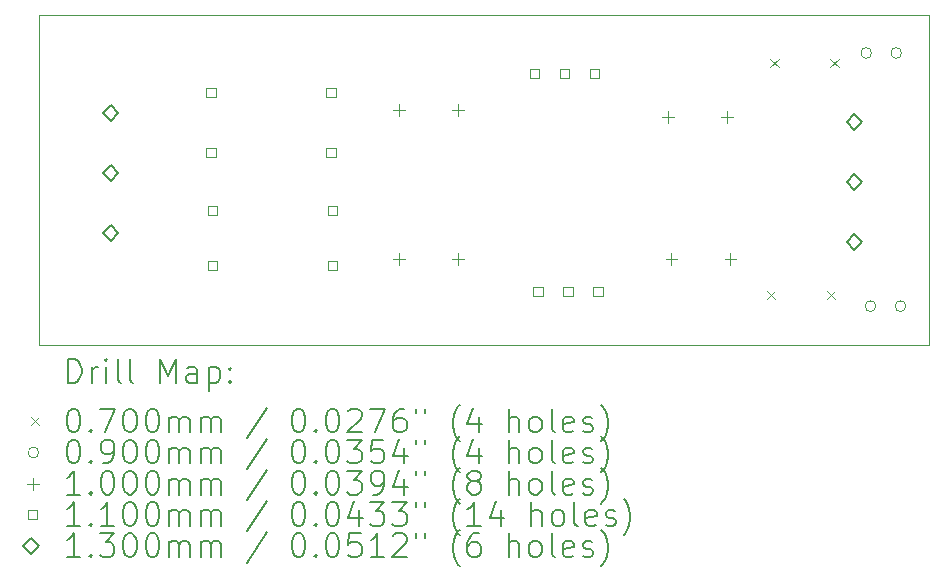
<source format=gbr>
%TF.GenerationSoftware,KiCad,Pcbnew,7.0.2*%
%TF.CreationDate,2023-08-23T09:20:03+05:30*%
%TF.ProjectId,Power_Supply_12V,506f7765-725f-4537-9570-706c795f3132,rev?*%
%TF.SameCoordinates,Original*%
%TF.FileFunction,Drillmap*%
%TF.FilePolarity,Positive*%
%FSLAX45Y45*%
G04 Gerber Fmt 4.5, Leading zero omitted, Abs format (unit mm)*
G04 Created by KiCad (PCBNEW 7.0.2) date 2023-08-23 09:20:03*
%MOMM*%
%LPD*%
G01*
G04 APERTURE LIST*
%ADD10C,0.100000*%
%ADD11C,0.200000*%
%ADD12C,0.070000*%
%ADD13C,0.090000*%
%ADD14C,0.110000*%
%ADD15C,0.130000*%
G04 APERTURE END LIST*
D10*
X9611360Y-6441440D02*
X17145000Y-6441440D01*
X17145000Y-9240520D01*
X9611360Y-9240520D01*
X9611360Y-6441440D01*
D11*
D12*
X15768880Y-8783880D02*
X15838880Y-8853880D01*
X15838880Y-8783880D02*
X15768880Y-8853880D01*
X15799360Y-6817920D02*
X15869360Y-6887920D01*
X15869360Y-6817920D02*
X15799360Y-6887920D01*
X16276880Y-8783880D02*
X16346880Y-8853880D01*
X16346880Y-8783880D02*
X16276880Y-8853880D01*
X16307360Y-6817920D02*
X16377360Y-6887920D01*
X16377360Y-6817920D02*
X16307360Y-6887920D01*
D13*
X16656600Y-6766560D02*
G75*
G03*
X16656600Y-6766560I-45000J0D01*
G01*
X16692160Y-8910320D02*
G75*
G03*
X16692160Y-8910320I-45000J0D01*
G01*
X16910600Y-6766560D02*
G75*
G03*
X16910600Y-6766560I-45000J0D01*
G01*
X16946160Y-8910320D02*
G75*
G03*
X16946160Y-8910320I-45000J0D01*
G01*
D10*
X12655208Y-8459000D02*
X12655208Y-8559000D01*
X12605208Y-8509000D02*
X12705208Y-8509000D01*
X12656272Y-7199160D02*
X12656272Y-7299160D01*
X12606272Y-7249160D02*
X12706272Y-7249160D01*
X13155208Y-8459000D02*
X13155208Y-8559000D01*
X13105208Y-8509000D02*
X13205208Y-8509000D01*
X13156272Y-7199160D02*
X13156272Y-7299160D01*
X13106272Y-7249160D02*
X13206272Y-7249160D01*
X14932112Y-7260120D02*
X14932112Y-7360120D01*
X14882112Y-7310120D02*
X14982112Y-7310120D01*
X14962592Y-8459000D02*
X14962592Y-8559000D01*
X14912592Y-8509000D02*
X15012592Y-8509000D01*
X15432112Y-7260120D02*
X15432112Y-7360120D01*
X15382112Y-7310120D02*
X15482112Y-7310120D01*
X15462592Y-8459000D02*
X15462592Y-8559000D01*
X15412592Y-8509000D02*
X15512592Y-8509000D01*
D14*
X11103131Y-7140731D02*
X11103131Y-7062949D01*
X11025349Y-7062949D01*
X11025349Y-7140731D01*
X11103131Y-7140731D01*
X11103131Y-7648731D02*
X11103131Y-7570949D01*
X11025349Y-7570949D01*
X11025349Y-7648731D01*
X11103131Y-7648731D01*
X11113291Y-8136411D02*
X11113291Y-8058629D01*
X11035509Y-8058629D01*
X11035509Y-8136411D01*
X11113291Y-8136411D01*
X11118371Y-8603771D02*
X11118371Y-8525989D01*
X11040589Y-8525989D01*
X11040589Y-8603771D01*
X11118371Y-8603771D01*
X12119131Y-7140731D02*
X12119131Y-7062949D01*
X12041349Y-7062949D01*
X12041349Y-7140731D01*
X12119131Y-7140731D01*
X12119131Y-7648731D02*
X12119131Y-7570949D01*
X12041349Y-7570949D01*
X12041349Y-7648731D01*
X12119131Y-7648731D01*
X12129291Y-8136411D02*
X12129291Y-8058629D01*
X12051509Y-8058629D01*
X12051509Y-8136411D01*
X12129291Y-8136411D01*
X12134371Y-8603771D02*
X12134371Y-8525989D01*
X12056589Y-8525989D01*
X12056589Y-8603771D01*
X12134371Y-8603771D01*
X13841251Y-6978171D02*
X13841251Y-6900389D01*
X13763469Y-6900389D01*
X13763469Y-6978171D01*
X13841251Y-6978171D01*
X13871731Y-8822211D02*
X13871731Y-8744429D01*
X13793949Y-8744429D01*
X13793949Y-8822211D01*
X13871731Y-8822211D01*
X14095251Y-6978171D02*
X14095251Y-6900389D01*
X14017469Y-6900389D01*
X14017469Y-6978171D01*
X14095251Y-6978171D01*
X14125731Y-8822211D02*
X14125731Y-8744429D01*
X14047949Y-8744429D01*
X14047949Y-8822211D01*
X14125731Y-8822211D01*
X14349251Y-6978171D02*
X14349251Y-6900389D01*
X14271469Y-6900389D01*
X14271469Y-6978171D01*
X14349251Y-6978171D01*
X14379731Y-8822211D02*
X14379731Y-8744429D01*
X14301949Y-8744429D01*
X14301949Y-8822211D01*
X14379731Y-8822211D01*
D15*
X10215880Y-7339560D02*
X10280880Y-7274560D01*
X10215880Y-7209560D01*
X10150880Y-7274560D01*
X10215880Y-7339560D01*
X10215880Y-7847560D02*
X10280880Y-7782560D01*
X10215880Y-7717560D01*
X10150880Y-7782560D01*
X10215880Y-7847560D01*
X10215880Y-8355560D02*
X10280880Y-8290560D01*
X10215880Y-8225560D01*
X10150880Y-8290560D01*
X10215880Y-8355560D01*
X16510000Y-7415760D02*
X16575000Y-7350760D01*
X16510000Y-7285760D01*
X16445000Y-7350760D01*
X16510000Y-7415760D01*
X16510000Y-7923760D02*
X16575000Y-7858760D01*
X16510000Y-7793760D01*
X16445000Y-7858760D01*
X16510000Y-7923760D01*
X16510000Y-8431760D02*
X16575000Y-8366760D01*
X16510000Y-8301760D01*
X16445000Y-8366760D01*
X16510000Y-8431760D01*
D11*
X9853979Y-9558044D02*
X9853979Y-9358044D01*
X9853979Y-9358044D02*
X9901598Y-9358044D01*
X9901598Y-9358044D02*
X9930170Y-9367568D01*
X9930170Y-9367568D02*
X9949217Y-9386615D01*
X9949217Y-9386615D02*
X9958741Y-9405663D01*
X9958741Y-9405663D02*
X9968265Y-9443758D01*
X9968265Y-9443758D02*
X9968265Y-9472330D01*
X9968265Y-9472330D02*
X9958741Y-9510425D01*
X9958741Y-9510425D02*
X9949217Y-9529472D01*
X9949217Y-9529472D02*
X9930170Y-9548520D01*
X9930170Y-9548520D02*
X9901598Y-9558044D01*
X9901598Y-9558044D02*
X9853979Y-9558044D01*
X10053979Y-9558044D02*
X10053979Y-9424710D01*
X10053979Y-9462806D02*
X10063503Y-9443758D01*
X10063503Y-9443758D02*
X10073027Y-9434234D01*
X10073027Y-9434234D02*
X10092074Y-9424710D01*
X10092074Y-9424710D02*
X10111122Y-9424710D01*
X10177789Y-9558044D02*
X10177789Y-9424710D01*
X10177789Y-9358044D02*
X10168265Y-9367568D01*
X10168265Y-9367568D02*
X10177789Y-9377091D01*
X10177789Y-9377091D02*
X10187312Y-9367568D01*
X10187312Y-9367568D02*
X10177789Y-9358044D01*
X10177789Y-9358044D02*
X10177789Y-9377091D01*
X10301598Y-9558044D02*
X10282550Y-9548520D01*
X10282550Y-9548520D02*
X10273027Y-9529472D01*
X10273027Y-9529472D02*
X10273027Y-9358044D01*
X10406360Y-9558044D02*
X10387312Y-9548520D01*
X10387312Y-9548520D02*
X10377789Y-9529472D01*
X10377789Y-9529472D02*
X10377789Y-9358044D01*
X10634931Y-9558044D02*
X10634931Y-9358044D01*
X10634931Y-9358044D02*
X10701598Y-9500901D01*
X10701598Y-9500901D02*
X10768265Y-9358044D01*
X10768265Y-9358044D02*
X10768265Y-9558044D01*
X10949217Y-9558044D02*
X10949217Y-9453282D01*
X10949217Y-9453282D02*
X10939693Y-9434234D01*
X10939693Y-9434234D02*
X10920646Y-9424710D01*
X10920646Y-9424710D02*
X10882550Y-9424710D01*
X10882550Y-9424710D02*
X10863503Y-9434234D01*
X10949217Y-9548520D02*
X10930170Y-9558044D01*
X10930170Y-9558044D02*
X10882550Y-9558044D01*
X10882550Y-9558044D02*
X10863503Y-9548520D01*
X10863503Y-9548520D02*
X10853979Y-9529472D01*
X10853979Y-9529472D02*
X10853979Y-9510425D01*
X10853979Y-9510425D02*
X10863503Y-9491377D01*
X10863503Y-9491377D02*
X10882550Y-9481853D01*
X10882550Y-9481853D02*
X10930170Y-9481853D01*
X10930170Y-9481853D02*
X10949217Y-9472330D01*
X11044455Y-9424710D02*
X11044455Y-9624710D01*
X11044455Y-9434234D02*
X11063503Y-9424710D01*
X11063503Y-9424710D02*
X11101598Y-9424710D01*
X11101598Y-9424710D02*
X11120646Y-9434234D01*
X11120646Y-9434234D02*
X11130170Y-9443758D01*
X11130170Y-9443758D02*
X11139693Y-9462806D01*
X11139693Y-9462806D02*
X11139693Y-9519949D01*
X11139693Y-9519949D02*
X11130170Y-9538996D01*
X11130170Y-9538996D02*
X11120646Y-9548520D01*
X11120646Y-9548520D02*
X11101598Y-9558044D01*
X11101598Y-9558044D02*
X11063503Y-9558044D01*
X11063503Y-9558044D02*
X11044455Y-9548520D01*
X11225408Y-9538996D02*
X11234931Y-9548520D01*
X11234931Y-9548520D02*
X11225408Y-9558044D01*
X11225408Y-9558044D02*
X11215884Y-9548520D01*
X11215884Y-9548520D02*
X11225408Y-9538996D01*
X11225408Y-9538996D02*
X11225408Y-9558044D01*
X11225408Y-9434234D02*
X11234931Y-9443758D01*
X11234931Y-9443758D02*
X11225408Y-9453282D01*
X11225408Y-9453282D02*
X11215884Y-9443758D01*
X11215884Y-9443758D02*
X11225408Y-9434234D01*
X11225408Y-9434234D02*
X11225408Y-9453282D01*
D12*
X9536360Y-9850520D02*
X9606360Y-9920520D01*
X9606360Y-9850520D02*
X9536360Y-9920520D01*
D11*
X9892074Y-9778044D02*
X9911122Y-9778044D01*
X9911122Y-9778044D02*
X9930170Y-9787568D01*
X9930170Y-9787568D02*
X9939693Y-9797091D01*
X9939693Y-9797091D02*
X9949217Y-9816139D01*
X9949217Y-9816139D02*
X9958741Y-9854234D01*
X9958741Y-9854234D02*
X9958741Y-9901853D01*
X9958741Y-9901853D02*
X9949217Y-9939949D01*
X9949217Y-9939949D02*
X9939693Y-9958996D01*
X9939693Y-9958996D02*
X9930170Y-9968520D01*
X9930170Y-9968520D02*
X9911122Y-9978044D01*
X9911122Y-9978044D02*
X9892074Y-9978044D01*
X9892074Y-9978044D02*
X9873027Y-9968520D01*
X9873027Y-9968520D02*
X9863503Y-9958996D01*
X9863503Y-9958996D02*
X9853979Y-9939949D01*
X9853979Y-9939949D02*
X9844455Y-9901853D01*
X9844455Y-9901853D02*
X9844455Y-9854234D01*
X9844455Y-9854234D02*
X9853979Y-9816139D01*
X9853979Y-9816139D02*
X9863503Y-9797091D01*
X9863503Y-9797091D02*
X9873027Y-9787568D01*
X9873027Y-9787568D02*
X9892074Y-9778044D01*
X10044455Y-9958996D02*
X10053979Y-9968520D01*
X10053979Y-9968520D02*
X10044455Y-9978044D01*
X10044455Y-9978044D02*
X10034931Y-9968520D01*
X10034931Y-9968520D02*
X10044455Y-9958996D01*
X10044455Y-9958996D02*
X10044455Y-9978044D01*
X10120646Y-9778044D02*
X10253979Y-9778044D01*
X10253979Y-9778044D02*
X10168265Y-9978044D01*
X10368265Y-9778044D02*
X10387312Y-9778044D01*
X10387312Y-9778044D02*
X10406360Y-9787568D01*
X10406360Y-9787568D02*
X10415884Y-9797091D01*
X10415884Y-9797091D02*
X10425408Y-9816139D01*
X10425408Y-9816139D02*
X10434931Y-9854234D01*
X10434931Y-9854234D02*
X10434931Y-9901853D01*
X10434931Y-9901853D02*
X10425408Y-9939949D01*
X10425408Y-9939949D02*
X10415884Y-9958996D01*
X10415884Y-9958996D02*
X10406360Y-9968520D01*
X10406360Y-9968520D02*
X10387312Y-9978044D01*
X10387312Y-9978044D02*
X10368265Y-9978044D01*
X10368265Y-9978044D02*
X10349217Y-9968520D01*
X10349217Y-9968520D02*
X10339693Y-9958996D01*
X10339693Y-9958996D02*
X10330170Y-9939949D01*
X10330170Y-9939949D02*
X10320646Y-9901853D01*
X10320646Y-9901853D02*
X10320646Y-9854234D01*
X10320646Y-9854234D02*
X10330170Y-9816139D01*
X10330170Y-9816139D02*
X10339693Y-9797091D01*
X10339693Y-9797091D02*
X10349217Y-9787568D01*
X10349217Y-9787568D02*
X10368265Y-9778044D01*
X10558741Y-9778044D02*
X10577789Y-9778044D01*
X10577789Y-9778044D02*
X10596836Y-9787568D01*
X10596836Y-9787568D02*
X10606360Y-9797091D01*
X10606360Y-9797091D02*
X10615884Y-9816139D01*
X10615884Y-9816139D02*
X10625408Y-9854234D01*
X10625408Y-9854234D02*
X10625408Y-9901853D01*
X10625408Y-9901853D02*
X10615884Y-9939949D01*
X10615884Y-9939949D02*
X10606360Y-9958996D01*
X10606360Y-9958996D02*
X10596836Y-9968520D01*
X10596836Y-9968520D02*
X10577789Y-9978044D01*
X10577789Y-9978044D02*
X10558741Y-9978044D01*
X10558741Y-9978044D02*
X10539693Y-9968520D01*
X10539693Y-9968520D02*
X10530170Y-9958996D01*
X10530170Y-9958996D02*
X10520646Y-9939949D01*
X10520646Y-9939949D02*
X10511122Y-9901853D01*
X10511122Y-9901853D02*
X10511122Y-9854234D01*
X10511122Y-9854234D02*
X10520646Y-9816139D01*
X10520646Y-9816139D02*
X10530170Y-9797091D01*
X10530170Y-9797091D02*
X10539693Y-9787568D01*
X10539693Y-9787568D02*
X10558741Y-9778044D01*
X10711122Y-9978044D02*
X10711122Y-9844710D01*
X10711122Y-9863758D02*
X10720646Y-9854234D01*
X10720646Y-9854234D02*
X10739693Y-9844710D01*
X10739693Y-9844710D02*
X10768265Y-9844710D01*
X10768265Y-9844710D02*
X10787312Y-9854234D01*
X10787312Y-9854234D02*
X10796836Y-9873282D01*
X10796836Y-9873282D02*
X10796836Y-9978044D01*
X10796836Y-9873282D02*
X10806360Y-9854234D01*
X10806360Y-9854234D02*
X10825408Y-9844710D01*
X10825408Y-9844710D02*
X10853979Y-9844710D01*
X10853979Y-9844710D02*
X10873027Y-9854234D01*
X10873027Y-9854234D02*
X10882551Y-9873282D01*
X10882551Y-9873282D02*
X10882551Y-9978044D01*
X10977789Y-9978044D02*
X10977789Y-9844710D01*
X10977789Y-9863758D02*
X10987312Y-9854234D01*
X10987312Y-9854234D02*
X11006360Y-9844710D01*
X11006360Y-9844710D02*
X11034932Y-9844710D01*
X11034932Y-9844710D02*
X11053979Y-9854234D01*
X11053979Y-9854234D02*
X11063503Y-9873282D01*
X11063503Y-9873282D02*
X11063503Y-9978044D01*
X11063503Y-9873282D02*
X11073027Y-9854234D01*
X11073027Y-9854234D02*
X11092074Y-9844710D01*
X11092074Y-9844710D02*
X11120646Y-9844710D01*
X11120646Y-9844710D02*
X11139693Y-9854234D01*
X11139693Y-9854234D02*
X11149217Y-9873282D01*
X11149217Y-9873282D02*
X11149217Y-9978044D01*
X11539693Y-9768520D02*
X11368265Y-10025663D01*
X11796836Y-9778044D02*
X11815884Y-9778044D01*
X11815884Y-9778044D02*
X11834932Y-9787568D01*
X11834932Y-9787568D02*
X11844455Y-9797091D01*
X11844455Y-9797091D02*
X11853979Y-9816139D01*
X11853979Y-9816139D02*
X11863503Y-9854234D01*
X11863503Y-9854234D02*
X11863503Y-9901853D01*
X11863503Y-9901853D02*
X11853979Y-9939949D01*
X11853979Y-9939949D02*
X11844455Y-9958996D01*
X11844455Y-9958996D02*
X11834932Y-9968520D01*
X11834932Y-9968520D02*
X11815884Y-9978044D01*
X11815884Y-9978044D02*
X11796836Y-9978044D01*
X11796836Y-9978044D02*
X11777789Y-9968520D01*
X11777789Y-9968520D02*
X11768265Y-9958996D01*
X11768265Y-9958996D02*
X11758741Y-9939949D01*
X11758741Y-9939949D02*
X11749217Y-9901853D01*
X11749217Y-9901853D02*
X11749217Y-9854234D01*
X11749217Y-9854234D02*
X11758741Y-9816139D01*
X11758741Y-9816139D02*
X11768265Y-9797091D01*
X11768265Y-9797091D02*
X11777789Y-9787568D01*
X11777789Y-9787568D02*
X11796836Y-9778044D01*
X11949217Y-9958996D02*
X11958741Y-9968520D01*
X11958741Y-9968520D02*
X11949217Y-9978044D01*
X11949217Y-9978044D02*
X11939693Y-9968520D01*
X11939693Y-9968520D02*
X11949217Y-9958996D01*
X11949217Y-9958996D02*
X11949217Y-9978044D01*
X12082551Y-9778044D02*
X12101598Y-9778044D01*
X12101598Y-9778044D02*
X12120646Y-9787568D01*
X12120646Y-9787568D02*
X12130170Y-9797091D01*
X12130170Y-9797091D02*
X12139693Y-9816139D01*
X12139693Y-9816139D02*
X12149217Y-9854234D01*
X12149217Y-9854234D02*
X12149217Y-9901853D01*
X12149217Y-9901853D02*
X12139693Y-9939949D01*
X12139693Y-9939949D02*
X12130170Y-9958996D01*
X12130170Y-9958996D02*
X12120646Y-9968520D01*
X12120646Y-9968520D02*
X12101598Y-9978044D01*
X12101598Y-9978044D02*
X12082551Y-9978044D01*
X12082551Y-9978044D02*
X12063503Y-9968520D01*
X12063503Y-9968520D02*
X12053979Y-9958996D01*
X12053979Y-9958996D02*
X12044455Y-9939949D01*
X12044455Y-9939949D02*
X12034932Y-9901853D01*
X12034932Y-9901853D02*
X12034932Y-9854234D01*
X12034932Y-9854234D02*
X12044455Y-9816139D01*
X12044455Y-9816139D02*
X12053979Y-9797091D01*
X12053979Y-9797091D02*
X12063503Y-9787568D01*
X12063503Y-9787568D02*
X12082551Y-9778044D01*
X12225408Y-9797091D02*
X12234932Y-9787568D01*
X12234932Y-9787568D02*
X12253979Y-9778044D01*
X12253979Y-9778044D02*
X12301598Y-9778044D01*
X12301598Y-9778044D02*
X12320646Y-9787568D01*
X12320646Y-9787568D02*
X12330170Y-9797091D01*
X12330170Y-9797091D02*
X12339693Y-9816139D01*
X12339693Y-9816139D02*
X12339693Y-9835187D01*
X12339693Y-9835187D02*
X12330170Y-9863758D01*
X12330170Y-9863758D02*
X12215884Y-9978044D01*
X12215884Y-9978044D02*
X12339693Y-9978044D01*
X12406360Y-9778044D02*
X12539693Y-9778044D01*
X12539693Y-9778044D02*
X12453979Y-9978044D01*
X12701598Y-9778044D02*
X12663503Y-9778044D01*
X12663503Y-9778044D02*
X12644455Y-9787568D01*
X12644455Y-9787568D02*
X12634932Y-9797091D01*
X12634932Y-9797091D02*
X12615884Y-9825663D01*
X12615884Y-9825663D02*
X12606360Y-9863758D01*
X12606360Y-9863758D02*
X12606360Y-9939949D01*
X12606360Y-9939949D02*
X12615884Y-9958996D01*
X12615884Y-9958996D02*
X12625408Y-9968520D01*
X12625408Y-9968520D02*
X12644455Y-9978044D01*
X12644455Y-9978044D02*
X12682551Y-9978044D01*
X12682551Y-9978044D02*
X12701598Y-9968520D01*
X12701598Y-9968520D02*
X12711122Y-9958996D01*
X12711122Y-9958996D02*
X12720646Y-9939949D01*
X12720646Y-9939949D02*
X12720646Y-9892330D01*
X12720646Y-9892330D02*
X12711122Y-9873282D01*
X12711122Y-9873282D02*
X12701598Y-9863758D01*
X12701598Y-9863758D02*
X12682551Y-9854234D01*
X12682551Y-9854234D02*
X12644455Y-9854234D01*
X12644455Y-9854234D02*
X12625408Y-9863758D01*
X12625408Y-9863758D02*
X12615884Y-9873282D01*
X12615884Y-9873282D02*
X12606360Y-9892330D01*
X12796836Y-9778044D02*
X12796836Y-9816139D01*
X12873027Y-9778044D02*
X12873027Y-9816139D01*
X13168265Y-10054234D02*
X13158741Y-10044710D01*
X13158741Y-10044710D02*
X13139694Y-10016139D01*
X13139694Y-10016139D02*
X13130170Y-9997091D01*
X13130170Y-9997091D02*
X13120646Y-9968520D01*
X13120646Y-9968520D02*
X13111122Y-9920901D01*
X13111122Y-9920901D02*
X13111122Y-9882806D01*
X13111122Y-9882806D02*
X13120646Y-9835187D01*
X13120646Y-9835187D02*
X13130170Y-9806615D01*
X13130170Y-9806615D02*
X13139694Y-9787568D01*
X13139694Y-9787568D02*
X13158741Y-9758996D01*
X13158741Y-9758996D02*
X13168265Y-9749472D01*
X13330170Y-9844710D02*
X13330170Y-9978044D01*
X13282551Y-9768520D02*
X13234932Y-9911377D01*
X13234932Y-9911377D02*
X13358741Y-9911377D01*
X13587313Y-9978044D02*
X13587313Y-9778044D01*
X13673027Y-9978044D02*
X13673027Y-9873282D01*
X13673027Y-9873282D02*
X13663503Y-9854234D01*
X13663503Y-9854234D02*
X13644456Y-9844710D01*
X13644456Y-9844710D02*
X13615884Y-9844710D01*
X13615884Y-9844710D02*
X13596836Y-9854234D01*
X13596836Y-9854234D02*
X13587313Y-9863758D01*
X13796836Y-9978044D02*
X13777789Y-9968520D01*
X13777789Y-9968520D02*
X13768265Y-9958996D01*
X13768265Y-9958996D02*
X13758741Y-9939949D01*
X13758741Y-9939949D02*
X13758741Y-9882806D01*
X13758741Y-9882806D02*
X13768265Y-9863758D01*
X13768265Y-9863758D02*
X13777789Y-9854234D01*
X13777789Y-9854234D02*
X13796836Y-9844710D01*
X13796836Y-9844710D02*
X13825408Y-9844710D01*
X13825408Y-9844710D02*
X13844456Y-9854234D01*
X13844456Y-9854234D02*
X13853979Y-9863758D01*
X13853979Y-9863758D02*
X13863503Y-9882806D01*
X13863503Y-9882806D02*
X13863503Y-9939949D01*
X13863503Y-9939949D02*
X13853979Y-9958996D01*
X13853979Y-9958996D02*
X13844456Y-9968520D01*
X13844456Y-9968520D02*
X13825408Y-9978044D01*
X13825408Y-9978044D02*
X13796836Y-9978044D01*
X13977789Y-9978044D02*
X13958741Y-9968520D01*
X13958741Y-9968520D02*
X13949217Y-9949472D01*
X13949217Y-9949472D02*
X13949217Y-9778044D01*
X14130170Y-9968520D02*
X14111122Y-9978044D01*
X14111122Y-9978044D02*
X14073027Y-9978044D01*
X14073027Y-9978044D02*
X14053979Y-9968520D01*
X14053979Y-9968520D02*
X14044456Y-9949472D01*
X14044456Y-9949472D02*
X14044456Y-9873282D01*
X14044456Y-9873282D02*
X14053979Y-9854234D01*
X14053979Y-9854234D02*
X14073027Y-9844710D01*
X14073027Y-9844710D02*
X14111122Y-9844710D01*
X14111122Y-9844710D02*
X14130170Y-9854234D01*
X14130170Y-9854234D02*
X14139694Y-9873282D01*
X14139694Y-9873282D02*
X14139694Y-9892330D01*
X14139694Y-9892330D02*
X14044456Y-9911377D01*
X14215884Y-9968520D02*
X14234932Y-9978044D01*
X14234932Y-9978044D02*
X14273027Y-9978044D01*
X14273027Y-9978044D02*
X14292075Y-9968520D01*
X14292075Y-9968520D02*
X14301598Y-9949472D01*
X14301598Y-9949472D02*
X14301598Y-9939949D01*
X14301598Y-9939949D02*
X14292075Y-9920901D01*
X14292075Y-9920901D02*
X14273027Y-9911377D01*
X14273027Y-9911377D02*
X14244456Y-9911377D01*
X14244456Y-9911377D02*
X14225408Y-9901853D01*
X14225408Y-9901853D02*
X14215884Y-9882806D01*
X14215884Y-9882806D02*
X14215884Y-9873282D01*
X14215884Y-9873282D02*
X14225408Y-9854234D01*
X14225408Y-9854234D02*
X14244456Y-9844710D01*
X14244456Y-9844710D02*
X14273027Y-9844710D01*
X14273027Y-9844710D02*
X14292075Y-9854234D01*
X14368265Y-10054234D02*
X14377789Y-10044710D01*
X14377789Y-10044710D02*
X14396837Y-10016139D01*
X14396837Y-10016139D02*
X14406360Y-9997091D01*
X14406360Y-9997091D02*
X14415884Y-9968520D01*
X14415884Y-9968520D02*
X14425408Y-9920901D01*
X14425408Y-9920901D02*
X14425408Y-9882806D01*
X14425408Y-9882806D02*
X14415884Y-9835187D01*
X14415884Y-9835187D02*
X14406360Y-9806615D01*
X14406360Y-9806615D02*
X14396837Y-9787568D01*
X14396837Y-9787568D02*
X14377789Y-9758996D01*
X14377789Y-9758996D02*
X14368265Y-9749472D01*
D13*
X9606360Y-10149520D02*
G75*
G03*
X9606360Y-10149520I-45000J0D01*
G01*
D11*
X9892074Y-10042044D02*
X9911122Y-10042044D01*
X9911122Y-10042044D02*
X9930170Y-10051568D01*
X9930170Y-10051568D02*
X9939693Y-10061091D01*
X9939693Y-10061091D02*
X9949217Y-10080139D01*
X9949217Y-10080139D02*
X9958741Y-10118234D01*
X9958741Y-10118234D02*
X9958741Y-10165853D01*
X9958741Y-10165853D02*
X9949217Y-10203949D01*
X9949217Y-10203949D02*
X9939693Y-10222996D01*
X9939693Y-10222996D02*
X9930170Y-10232520D01*
X9930170Y-10232520D02*
X9911122Y-10242044D01*
X9911122Y-10242044D02*
X9892074Y-10242044D01*
X9892074Y-10242044D02*
X9873027Y-10232520D01*
X9873027Y-10232520D02*
X9863503Y-10222996D01*
X9863503Y-10222996D02*
X9853979Y-10203949D01*
X9853979Y-10203949D02*
X9844455Y-10165853D01*
X9844455Y-10165853D02*
X9844455Y-10118234D01*
X9844455Y-10118234D02*
X9853979Y-10080139D01*
X9853979Y-10080139D02*
X9863503Y-10061091D01*
X9863503Y-10061091D02*
X9873027Y-10051568D01*
X9873027Y-10051568D02*
X9892074Y-10042044D01*
X10044455Y-10222996D02*
X10053979Y-10232520D01*
X10053979Y-10232520D02*
X10044455Y-10242044D01*
X10044455Y-10242044D02*
X10034931Y-10232520D01*
X10034931Y-10232520D02*
X10044455Y-10222996D01*
X10044455Y-10222996D02*
X10044455Y-10242044D01*
X10149217Y-10242044D02*
X10187312Y-10242044D01*
X10187312Y-10242044D02*
X10206360Y-10232520D01*
X10206360Y-10232520D02*
X10215884Y-10222996D01*
X10215884Y-10222996D02*
X10234931Y-10194425D01*
X10234931Y-10194425D02*
X10244455Y-10156330D01*
X10244455Y-10156330D02*
X10244455Y-10080139D01*
X10244455Y-10080139D02*
X10234931Y-10061091D01*
X10234931Y-10061091D02*
X10225408Y-10051568D01*
X10225408Y-10051568D02*
X10206360Y-10042044D01*
X10206360Y-10042044D02*
X10168265Y-10042044D01*
X10168265Y-10042044D02*
X10149217Y-10051568D01*
X10149217Y-10051568D02*
X10139693Y-10061091D01*
X10139693Y-10061091D02*
X10130170Y-10080139D01*
X10130170Y-10080139D02*
X10130170Y-10127758D01*
X10130170Y-10127758D02*
X10139693Y-10146806D01*
X10139693Y-10146806D02*
X10149217Y-10156330D01*
X10149217Y-10156330D02*
X10168265Y-10165853D01*
X10168265Y-10165853D02*
X10206360Y-10165853D01*
X10206360Y-10165853D02*
X10225408Y-10156330D01*
X10225408Y-10156330D02*
X10234931Y-10146806D01*
X10234931Y-10146806D02*
X10244455Y-10127758D01*
X10368265Y-10042044D02*
X10387312Y-10042044D01*
X10387312Y-10042044D02*
X10406360Y-10051568D01*
X10406360Y-10051568D02*
X10415884Y-10061091D01*
X10415884Y-10061091D02*
X10425408Y-10080139D01*
X10425408Y-10080139D02*
X10434931Y-10118234D01*
X10434931Y-10118234D02*
X10434931Y-10165853D01*
X10434931Y-10165853D02*
X10425408Y-10203949D01*
X10425408Y-10203949D02*
X10415884Y-10222996D01*
X10415884Y-10222996D02*
X10406360Y-10232520D01*
X10406360Y-10232520D02*
X10387312Y-10242044D01*
X10387312Y-10242044D02*
X10368265Y-10242044D01*
X10368265Y-10242044D02*
X10349217Y-10232520D01*
X10349217Y-10232520D02*
X10339693Y-10222996D01*
X10339693Y-10222996D02*
X10330170Y-10203949D01*
X10330170Y-10203949D02*
X10320646Y-10165853D01*
X10320646Y-10165853D02*
X10320646Y-10118234D01*
X10320646Y-10118234D02*
X10330170Y-10080139D01*
X10330170Y-10080139D02*
X10339693Y-10061091D01*
X10339693Y-10061091D02*
X10349217Y-10051568D01*
X10349217Y-10051568D02*
X10368265Y-10042044D01*
X10558741Y-10042044D02*
X10577789Y-10042044D01*
X10577789Y-10042044D02*
X10596836Y-10051568D01*
X10596836Y-10051568D02*
X10606360Y-10061091D01*
X10606360Y-10061091D02*
X10615884Y-10080139D01*
X10615884Y-10080139D02*
X10625408Y-10118234D01*
X10625408Y-10118234D02*
X10625408Y-10165853D01*
X10625408Y-10165853D02*
X10615884Y-10203949D01*
X10615884Y-10203949D02*
X10606360Y-10222996D01*
X10606360Y-10222996D02*
X10596836Y-10232520D01*
X10596836Y-10232520D02*
X10577789Y-10242044D01*
X10577789Y-10242044D02*
X10558741Y-10242044D01*
X10558741Y-10242044D02*
X10539693Y-10232520D01*
X10539693Y-10232520D02*
X10530170Y-10222996D01*
X10530170Y-10222996D02*
X10520646Y-10203949D01*
X10520646Y-10203949D02*
X10511122Y-10165853D01*
X10511122Y-10165853D02*
X10511122Y-10118234D01*
X10511122Y-10118234D02*
X10520646Y-10080139D01*
X10520646Y-10080139D02*
X10530170Y-10061091D01*
X10530170Y-10061091D02*
X10539693Y-10051568D01*
X10539693Y-10051568D02*
X10558741Y-10042044D01*
X10711122Y-10242044D02*
X10711122Y-10108710D01*
X10711122Y-10127758D02*
X10720646Y-10118234D01*
X10720646Y-10118234D02*
X10739693Y-10108710D01*
X10739693Y-10108710D02*
X10768265Y-10108710D01*
X10768265Y-10108710D02*
X10787312Y-10118234D01*
X10787312Y-10118234D02*
X10796836Y-10137282D01*
X10796836Y-10137282D02*
X10796836Y-10242044D01*
X10796836Y-10137282D02*
X10806360Y-10118234D01*
X10806360Y-10118234D02*
X10825408Y-10108710D01*
X10825408Y-10108710D02*
X10853979Y-10108710D01*
X10853979Y-10108710D02*
X10873027Y-10118234D01*
X10873027Y-10118234D02*
X10882551Y-10137282D01*
X10882551Y-10137282D02*
X10882551Y-10242044D01*
X10977789Y-10242044D02*
X10977789Y-10108710D01*
X10977789Y-10127758D02*
X10987312Y-10118234D01*
X10987312Y-10118234D02*
X11006360Y-10108710D01*
X11006360Y-10108710D02*
X11034932Y-10108710D01*
X11034932Y-10108710D02*
X11053979Y-10118234D01*
X11053979Y-10118234D02*
X11063503Y-10137282D01*
X11063503Y-10137282D02*
X11063503Y-10242044D01*
X11063503Y-10137282D02*
X11073027Y-10118234D01*
X11073027Y-10118234D02*
X11092074Y-10108710D01*
X11092074Y-10108710D02*
X11120646Y-10108710D01*
X11120646Y-10108710D02*
X11139693Y-10118234D01*
X11139693Y-10118234D02*
X11149217Y-10137282D01*
X11149217Y-10137282D02*
X11149217Y-10242044D01*
X11539693Y-10032520D02*
X11368265Y-10289663D01*
X11796836Y-10042044D02*
X11815884Y-10042044D01*
X11815884Y-10042044D02*
X11834932Y-10051568D01*
X11834932Y-10051568D02*
X11844455Y-10061091D01*
X11844455Y-10061091D02*
X11853979Y-10080139D01*
X11853979Y-10080139D02*
X11863503Y-10118234D01*
X11863503Y-10118234D02*
X11863503Y-10165853D01*
X11863503Y-10165853D02*
X11853979Y-10203949D01*
X11853979Y-10203949D02*
X11844455Y-10222996D01*
X11844455Y-10222996D02*
X11834932Y-10232520D01*
X11834932Y-10232520D02*
X11815884Y-10242044D01*
X11815884Y-10242044D02*
X11796836Y-10242044D01*
X11796836Y-10242044D02*
X11777789Y-10232520D01*
X11777789Y-10232520D02*
X11768265Y-10222996D01*
X11768265Y-10222996D02*
X11758741Y-10203949D01*
X11758741Y-10203949D02*
X11749217Y-10165853D01*
X11749217Y-10165853D02*
X11749217Y-10118234D01*
X11749217Y-10118234D02*
X11758741Y-10080139D01*
X11758741Y-10080139D02*
X11768265Y-10061091D01*
X11768265Y-10061091D02*
X11777789Y-10051568D01*
X11777789Y-10051568D02*
X11796836Y-10042044D01*
X11949217Y-10222996D02*
X11958741Y-10232520D01*
X11958741Y-10232520D02*
X11949217Y-10242044D01*
X11949217Y-10242044D02*
X11939693Y-10232520D01*
X11939693Y-10232520D02*
X11949217Y-10222996D01*
X11949217Y-10222996D02*
X11949217Y-10242044D01*
X12082551Y-10042044D02*
X12101598Y-10042044D01*
X12101598Y-10042044D02*
X12120646Y-10051568D01*
X12120646Y-10051568D02*
X12130170Y-10061091D01*
X12130170Y-10061091D02*
X12139693Y-10080139D01*
X12139693Y-10080139D02*
X12149217Y-10118234D01*
X12149217Y-10118234D02*
X12149217Y-10165853D01*
X12149217Y-10165853D02*
X12139693Y-10203949D01*
X12139693Y-10203949D02*
X12130170Y-10222996D01*
X12130170Y-10222996D02*
X12120646Y-10232520D01*
X12120646Y-10232520D02*
X12101598Y-10242044D01*
X12101598Y-10242044D02*
X12082551Y-10242044D01*
X12082551Y-10242044D02*
X12063503Y-10232520D01*
X12063503Y-10232520D02*
X12053979Y-10222996D01*
X12053979Y-10222996D02*
X12044455Y-10203949D01*
X12044455Y-10203949D02*
X12034932Y-10165853D01*
X12034932Y-10165853D02*
X12034932Y-10118234D01*
X12034932Y-10118234D02*
X12044455Y-10080139D01*
X12044455Y-10080139D02*
X12053979Y-10061091D01*
X12053979Y-10061091D02*
X12063503Y-10051568D01*
X12063503Y-10051568D02*
X12082551Y-10042044D01*
X12215884Y-10042044D02*
X12339693Y-10042044D01*
X12339693Y-10042044D02*
X12273027Y-10118234D01*
X12273027Y-10118234D02*
X12301598Y-10118234D01*
X12301598Y-10118234D02*
X12320646Y-10127758D01*
X12320646Y-10127758D02*
X12330170Y-10137282D01*
X12330170Y-10137282D02*
X12339693Y-10156330D01*
X12339693Y-10156330D02*
X12339693Y-10203949D01*
X12339693Y-10203949D02*
X12330170Y-10222996D01*
X12330170Y-10222996D02*
X12320646Y-10232520D01*
X12320646Y-10232520D02*
X12301598Y-10242044D01*
X12301598Y-10242044D02*
X12244455Y-10242044D01*
X12244455Y-10242044D02*
X12225408Y-10232520D01*
X12225408Y-10232520D02*
X12215884Y-10222996D01*
X12520646Y-10042044D02*
X12425408Y-10042044D01*
X12425408Y-10042044D02*
X12415884Y-10137282D01*
X12415884Y-10137282D02*
X12425408Y-10127758D01*
X12425408Y-10127758D02*
X12444455Y-10118234D01*
X12444455Y-10118234D02*
X12492074Y-10118234D01*
X12492074Y-10118234D02*
X12511122Y-10127758D01*
X12511122Y-10127758D02*
X12520646Y-10137282D01*
X12520646Y-10137282D02*
X12530170Y-10156330D01*
X12530170Y-10156330D02*
X12530170Y-10203949D01*
X12530170Y-10203949D02*
X12520646Y-10222996D01*
X12520646Y-10222996D02*
X12511122Y-10232520D01*
X12511122Y-10232520D02*
X12492074Y-10242044D01*
X12492074Y-10242044D02*
X12444455Y-10242044D01*
X12444455Y-10242044D02*
X12425408Y-10232520D01*
X12425408Y-10232520D02*
X12415884Y-10222996D01*
X12701598Y-10108710D02*
X12701598Y-10242044D01*
X12653979Y-10032520D02*
X12606360Y-10175377D01*
X12606360Y-10175377D02*
X12730170Y-10175377D01*
X12796836Y-10042044D02*
X12796836Y-10080139D01*
X12873027Y-10042044D02*
X12873027Y-10080139D01*
X13168265Y-10318234D02*
X13158741Y-10308710D01*
X13158741Y-10308710D02*
X13139694Y-10280139D01*
X13139694Y-10280139D02*
X13130170Y-10261091D01*
X13130170Y-10261091D02*
X13120646Y-10232520D01*
X13120646Y-10232520D02*
X13111122Y-10184901D01*
X13111122Y-10184901D02*
X13111122Y-10146806D01*
X13111122Y-10146806D02*
X13120646Y-10099187D01*
X13120646Y-10099187D02*
X13130170Y-10070615D01*
X13130170Y-10070615D02*
X13139694Y-10051568D01*
X13139694Y-10051568D02*
X13158741Y-10022996D01*
X13158741Y-10022996D02*
X13168265Y-10013472D01*
X13330170Y-10108710D02*
X13330170Y-10242044D01*
X13282551Y-10032520D02*
X13234932Y-10175377D01*
X13234932Y-10175377D02*
X13358741Y-10175377D01*
X13587313Y-10242044D02*
X13587313Y-10042044D01*
X13673027Y-10242044D02*
X13673027Y-10137282D01*
X13673027Y-10137282D02*
X13663503Y-10118234D01*
X13663503Y-10118234D02*
X13644456Y-10108710D01*
X13644456Y-10108710D02*
X13615884Y-10108710D01*
X13615884Y-10108710D02*
X13596836Y-10118234D01*
X13596836Y-10118234D02*
X13587313Y-10127758D01*
X13796836Y-10242044D02*
X13777789Y-10232520D01*
X13777789Y-10232520D02*
X13768265Y-10222996D01*
X13768265Y-10222996D02*
X13758741Y-10203949D01*
X13758741Y-10203949D02*
X13758741Y-10146806D01*
X13758741Y-10146806D02*
X13768265Y-10127758D01*
X13768265Y-10127758D02*
X13777789Y-10118234D01*
X13777789Y-10118234D02*
X13796836Y-10108710D01*
X13796836Y-10108710D02*
X13825408Y-10108710D01*
X13825408Y-10108710D02*
X13844456Y-10118234D01*
X13844456Y-10118234D02*
X13853979Y-10127758D01*
X13853979Y-10127758D02*
X13863503Y-10146806D01*
X13863503Y-10146806D02*
X13863503Y-10203949D01*
X13863503Y-10203949D02*
X13853979Y-10222996D01*
X13853979Y-10222996D02*
X13844456Y-10232520D01*
X13844456Y-10232520D02*
X13825408Y-10242044D01*
X13825408Y-10242044D02*
X13796836Y-10242044D01*
X13977789Y-10242044D02*
X13958741Y-10232520D01*
X13958741Y-10232520D02*
X13949217Y-10213472D01*
X13949217Y-10213472D02*
X13949217Y-10042044D01*
X14130170Y-10232520D02*
X14111122Y-10242044D01*
X14111122Y-10242044D02*
X14073027Y-10242044D01*
X14073027Y-10242044D02*
X14053979Y-10232520D01*
X14053979Y-10232520D02*
X14044456Y-10213472D01*
X14044456Y-10213472D02*
X14044456Y-10137282D01*
X14044456Y-10137282D02*
X14053979Y-10118234D01*
X14053979Y-10118234D02*
X14073027Y-10108710D01*
X14073027Y-10108710D02*
X14111122Y-10108710D01*
X14111122Y-10108710D02*
X14130170Y-10118234D01*
X14130170Y-10118234D02*
X14139694Y-10137282D01*
X14139694Y-10137282D02*
X14139694Y-10156330D01*
X14139694Y-10156330D02*
X14044456Y-10175377D01*
X14215884Y-10232520D02*
X14234932Y-10242044D01*
X14234932Y-10242044D02*
X14273027Y-10242044D01*
X14273027Y-10242044D02*
X14292075Y-10232520D01*
X14292075Y-10232520D02*
X14301598Y-10213472D01*
X14301598Y-10213472D02*
X14301598Y-10203949D01*
X14301598Y-10203949D02*
X14292075Y-10184901D01*
X14292075Y-10184901D02*
X14273027Y-10175377D01*
X14273027Y-10175377D02*
X14244456Y-10175377D01*
X14244456Y-10175377D02*
X14225408Y-10165853D01*
X14225408Y-10165853D02*
X14215884Y-10146806D01*
X14215884Y-10146806D02*
X14215884Y-10137282D01*
X14215884Y-10137282D02*
X14225408Y-10118234D01*
X14225408Y-10118234D02*
X14244456Y-10108710D01*
X14244456Y-10108710D02*
X14273027Y-10108710D01*
X14273027Y-10108710D02*
X14292075Y-10118234D01*
X14368265Y-10318234D02*
X14377789Y-10308710D01*
X14377789Y-10308710D02*
X14396837Y-10280139D01*
X14396837Y-10280139D02*
X14406360Y-10261091D01*
X14406360Y-10261091D02*
X14415884Y-10232520D01*
X14415884Y-10232520D02*
X14425408Y-10184901D01*
X14425408Y-10184901D02*
X14425408Y-10146806D01*
X14425408Y-10146806D02*
X14415884Y-10099187D01*
X14415884Y-10099187D02*
X14406360Y-10070615D01*
X14406360Y-10070615D02*
X14396837Y-10051568D01*
X14396837Y-10051568D02*
X14377789Y-10022996D01*
X14377789Y-10022996D02*
X14368265Y-10013472D01*
D10*
X9556360Y-10363520D02*
X9556360Y-10463520D01*
X9506360Y-10413520D02*
X9606360Y-10413520D01*
D11*
X9958741Y-10506044D02*
X9844455Y-10506044D01*
X9901598Y-10506044D02*
X9901598Y-10306044D01*
X9901598Y-10306044D02*
X9882550Y-10334615D01*
X9882550Y-10334615D02*
X9863503Y-10353663D01*
X9863503Y-10353663D02*
X9844455Y-10363187D01*
X10044455Y-10486996D02*
X10053979Y-10496520D01*
X10053979Y-10496520D02*
X10044455Y-10506044D01*
X10044455Y-10506044D02*
X10034931Y-10496520D01*
X10034931Y-10496520D02*
X10044455Y-10486996D01*
X10044455Y-10486996D02*
X10044455Y-10506044D01*
X10177789Y-10306044D02*
X10196836Y-10306044D01*
X10196836Y-10306044D02*
X10215884Y-10315568D01*
X10215884Y-10315568D02*
X10225408Y-10325091D01*
X10225408Y-10325091D02*
X10234931Y-10344139D01*
X10234931Y-10344139D02*
X10244455Y-10382234D01*
X10244455Y-10382234D02*
X10244455Y-10429853D01*
X10244455Y-10429853D02*
X10234931Y-10467949D01*
X10234931Y-10467949D02*
X10225408Y-10486996D01*
X10225408Y-10486996D02*
X10215884Y-10496520D01*
X10215884Y-10496520D02*
X10196836Y-10506044D01*
X10196836Y-10506044D02*
X10177789Y-10506044D01*
X10177789Y-10506044D02*
X10158741Y-10496520D01*
X10158741Y-10496520D02*
X10149217Y-10486996D01*
X10149217Y-10486996D02*
X10139693Y-10467949D01*
X10139693Y-10467949D02*
X10130170Y-10429853D01*
X10130170Y-10429853D02*
X10130170Y-10382234D01*
X10130170Y-10382234D02*
X10139693Y-10344139D01*
X10139693Y-10344139D02*
X10149217Y-10325091D01*
X10149217Y-10325091D02*
X10158741Y-10315568D01*
X10158741Y-10315568D02*
X10177789Y-10306044D01*
X10368265Y-10306044D02*
X10387312Y-10306044D01*
X10387312Y-10306044D02*
X10406360Y-10315568D01*
X10406360Y-10315568D02*
X10415884Y-10325091D01*
X10415884Y-10325091D02*
X10425408Y-10344139D01*
X10425408Y-10344139D02*
X10434931Y-10382234D01*
X10434931Y-10382234D02*
X10434931Y-10429853D01*
X10434931Y-10429853D02*
X10425408Y-10467949D01*
X10425408Y-10467949D02*
X10415884Y-10486996D01*
X10415884Y-10486996D02*
X10406360Y-10496520D01*
X10406360Y-10496520D02*
X10387312Y-10506044D01*
X10387312Y-10506044D02*
X10368265Y-10506044D01*
X10368265Y-10506044D02*
X10349217Y-10496520D01*
X10349217Y-10496520D02*
X10339693Y-10486996D01*
X10339693Y-10486996D02*
X10330170Y-10467949D01*
X10330170Y-10467949D02*
X10320646Y-10429853D01*
X10320646Y-10429853D02*
X10320646Y-10382234D01*
X10320646Y-10382234D02*
X10330170Y-10344139D01*
X10330170Y-10344139D02*
X10339693Y-10325091D01*
X10339693Y-10325091D02*
X10349217Y-10315568D01*
X10349217Y-10315568D02*
X10368265Y-10306044D01*
X10558741Y-10306044D02*
X10577789Y-10306044D01*
X10577789Y-10306044D02*
X10596836Y-10315568D01*
X10596836Y-10315568D02*
X10606360Y-10325091D01*
X10606360Y-10325091D02*
X10615884Y-10344139D01*
X10615884Y-10344139D02*
X10625408Y-10382234D01*
X10625408Y-10382234D02*
X10625408Y-10429853D01*
X10625408Y-10429853D02*
X10615884Y-10467949D01*
X10615884Y-10467949D02*
X10606360Y-10486996D01*
X10606360Y-10486996D02*
X10596836Y-10496520D01*
X10596836Y-10496520D02*
X10577789Y-10506044D01*
X10577789Y-10506044D02*
X10558741Y-10506044D01*
X10558741Y-10506044D02*
X10539693Y-10496520D01*
X10539693Y-10496520D02*
X10530170Y-10486996D01*
X10530170Y-10486996D02*
X10520646Y-10467949D01*
X10520646Y-10467949D02*
X10511122Y-10429853D01*
X10511122Y-10429853D02*
X10511122Y-10382234D01*
X10511122Y-10382234D02*
X10520646Y-10344139D01*
X10520646Y-10344139D02*
X10530170Y-10325091D01*
X10530170Y-10325091D02*
X10539693Y-10315568D01*
X10539693Y-10315568D02*
X10558741Y-10306044D01*
X10711122Y-10506044D02*
X10711122Y-10372710D01*
X10711122Y-10391758D02*
X10720646Y-10382234D01*
X10720646Y-10382234D02*
X10739693Y-10372710D01*
X10739693Y-10372710D02*
X10768265Y-10372710D01*
X10768265Y-10372710D02*
X10787312Y-10382234D01*
X10787312Y-10382234D02*
X10796836Y-10401282D01*
X10796836Y-10401282D02*
X10796836Y-10506044D01*
X10796836Y-10401282D02*
X10806360Y-10382234D01*
X10806360Y-10382234D02*
X10825408Y-10372710D01*
X10825408Y-10372710D02*
X10853979Y-10372710D01*
X10853979Y-10372710D02*
X10873027Y-10382234D01*
X10873027Y-10382234D02*
X10882551Y-10401282D01*
X10882551Y-10401282D02*
X10882551Y-10506044D01*
X10977789Y-10506044D02*
X10977789Y-10372710D01*
X10977789Y-10391758D02*
X10987312Y-10382234D01*
X10987312Y-10382234D02*
X11006360Y-10372710D01*
X11006360Y-10372710D02*
X11034932Y-10372710D01*
X11034932Y-10372710D02*
X11053979Y-10382234D01*
X11053979Y-10382234D02*
X11063503Y-10401282D01*
X11063503Y-10401282D02*
X11063503Y-10506044D01*
X11063503Y-10401282D02*
X11073027Y-10382234D01*
X11073027Y-10382234D02*
X11092074Y-10372710D01*
X11092074Y-10372710D02*
X11120646Y-10372710D01*
X11120646Y-10372710D02*
X11139693Y-10382234D01*
X11139693Y-10382234D02*
X11149217Y-10401282D01*
X11149217Y-10401282D02*
X11149217Y-10506044D01*
X11539693Y-10296520D02*
X11368265Y-10553663D01*
X11796836Y-10306044D02*
X11815884Y-10306044D01*
X11815884Y-10306044D02*
X11834932Y-10315568D01*
X11834932Y-10315568D02*
X11844455Y-10325091D01*
X11844455Y-10325091D02*
X11853979Y-10344139D01*
X11853979Y-10344139D02*
X11863503Y-10382234D01*
X11863503Y-10382234D02*
X11863503Y-10429853D01*
X11863503Y-10429853D02*
X11853979Y-10467949D01*
X11853979Y-10467949D02*
X11844455Y-10486996D01*
X11844455Y-10486996D02*
X11834932Y-10496520D01*
X11834932Y-10496520D02*
X11815884Y-10506044D01*
X11815884Y-10506044D02*
X11796836Y-10506044D01*
X11796836Y-10506044D02*
X11777789Y-10496520D01*
X11777789Y-10496520D02*
X11768265Y-10486996D01*
X11768265Y-10486996D02*
X11758741Y-10467949D01*
X11758741Y-10467949D02*
X11749217Y-10429853D01*
X11749217Y-10429853D02*
X11749217Y-10382234D01*
X11749217Y-10382234D02*
X11758741Y-10344139D01*
X11758741Y-10344139D02*
X11768265Y-10325091D01*
X11768265Y-10325091D02*
X11777789Y-10315568D01*
X11777789Y-10315568D02*
X11796836Y-10306044D01*
X11949217Y-10486996D02*
X11958741Y-10496520D01*
X11958741Y-10496520D02*
X11949217Y-10506044D01*
X11949217Y-10506044D02*
X11939693Y-10496520D01*
X11939693Y-10496520D02*
X11949217Y-10486996D01*
X11949217Y-10486996D02*
X11949217Y-10506044D01*
X12082551Y-10306044D02*
X12101598Y-10306044D01*
X12101598Y-10306044D02*
X12120646Y-10315568D01*
X12120646Y-10315568D02*
X12130170Y-10325091D01*
X12130170Y-10325091D02*
X12139693Y-10344139D01*
X12139693Y-10344139D02*
X12149217Y-10382234D01*
X12149217Y-10382234D02*
X12149217Y-10429853D01*
X12149217Y-10429853D02*
X12139693Y-10467949D01*
X12139693Y-10467949D02*
X12130170Y-10486996D01*
X12130170Y-10486996D02*
X12120646Y-10496520D01*
X12120646Y-10496520D02*
X12101598Y-10506044D01*
X12101598Y-10506044D02*
X12082551Y-10506044D01*
X12082551Y-10506044D02*
X12063503Y-10496520D01*
X12063503Y-10496520D02*
X12053979Y-10486996D01*
X12053979Y-10486996D02*
X12044455Y-10467949D01*
X12044455Y-10467949D02*
X12034932Y-10429853D01*
X12034932Y-10429853D02*
X12034932Y-10382234D01*
X12034932Y-10382234D02*
X12044455Y-10344139D01*
X12044455Y-10344139D02*
X12053979Y-10325091D01*
X12053979Y-10325091D02*
X12063503Y-10315568D01*
X12063503Y-10315568D02*
X12082551Y-10306044D01*
X12215884Y-10306044D02*
X12339693Y-10306044D01*
X12339693Y-10306044D02*
X12273027Y-10382234D01*
X12273027Y-10382234D02*
X12301598Y-10382234D01*
X12301598Y-10382234D02*
X12320646Y-10391758D01*
X12320646Y-10391758D02*
X12330170Y-10401282D01*
X12330170Y-10401282D02*
X12339693Y-10420330D01*
X12339693Y-10420330D02*
X12339693Y-10467949D01*
X12339693Y-10467949D02*
X12330170Y-10486996D01*
X12330170Y-10486996D02*
X12320646Y-10496520D01*
X12320646Y-10496520D02*
X12301598Y-10506044D01*
X12301598Y-10506044D02*
X12244455Y-10506044D01*
X12244455Y-10506044D02*
X12225408Y-10496520D01*
X12225408Y-10496520D02*
X12215884Y-10486996D01*
X12434932Y-10506044D02*
X12473027Y-10506044D01*
X12473027Y-10506044D02*
X12492074Y-10496520D01*
X12492074Y-10496520D02*
X12501598Y-10486996D01*
X12501598Y-10486996D02*
X12520646Y-10458425D01*
X12520646Y-10458425D02*
X12530170Y-10420330D01*
X12530170Y-10420330D02*
X12530170Y-10344139D01*
X12530170Y-10344139D02*
X12520646Y-10325091D01*
X12520646Y-10325091D02*
X12511122Y-10315568D01*
X12511122Y-10315568D02*
X12492074Y-10306044D01*
X12492074Y-10306044D02*
X12453979Y-10306044D01*
X12453979Y-10306044D02*
X12434932Y-10315568D01*
X12434932Y-10315568D02*
X12425408Y-10325091D01*
X12425408Y-10325091D02*
X12415884Y-10344139D01*
X12415884Y-10344139D02*
X12415884Y-10391758D01*
X12415884Y-10391758D02*
X12425408Y-10410806D01*
X12425408Y-10410806D02*
X12434932Y-10420330D01*
X12434932Y-10420330D02*
X12453979Y-10429853D01*
X12453979Y-10429853D02*
X12492074Y-10429853D01*
X12492074Y-10429853D02*
X12511122Y-10420330D01*
X12511122Y-10420330D02*
X12520646Y-10410806D01*
X12520646Y-10410806D02*
X12530170Y-10391758D01*
X12701598Y-10372710D02*
X12701598Y-10506044D01*
X12653979Y-10296520D02*
X12606360Y-10439377D01*
X12606360Y-10439377D02*
X12730170Y-10439377D01*
X12796836Y-10306044D02*
X12796836Y-10344139D01*
X12873027Y-10306044D02*
X12873027Y-10344139D01*
X13168265Y-10582234D02*
X13158741Y-10572710D01*
X13158741Y-10572710D02*
X13139694Y-10544139D01*
X13139694Y-10544139D02*
X13130170Y-10525091D01*
X13130170Y-10525091D02*
X13120646Y-10496520D01*
X13120646Y-10496520D02*
X13111122Y-10448901D01*
X13111122Y-10448901D02*
X13111122Y-10410806D01*
X13111122Y-10410806D02*
X13120646Y-10363187D01*
X13120646Y-10363187D02*
X13130170Y-10334615D01*
X13130170Y-10334615D02*
X13139694Y-10315568D01*
X13139694Y-10315568D02*
X13158741Y-10286996D01*
X13158741Y-10286996D02*
X13168265Y-10277472D01*
X13273027Y-10391758D02*
X13253979Y-10382234D01*
X13253979Y-10382234D02*
X13244455Y-10372710D01*
X13244455Y-10372710D02*
X13234932Y-10353663D01*
X13234932Y-10353663D02*
X13234932Y-10344139D01*
X13234932Y-10344139D02*
X13244455Y-10325091D01*
X13244455Y-10325091D02*
X13253979Y-10315568D01*
X13253979Y-10315568D02*
X13273027Y-10306044D01*
X13273027Y-10306044D02*
X13311122Y-10306044D01*
X13311122Y-10306044D02*
X13330170Y-10315568D01*
X13330170Y-10315568D02*
X13339694Y-10325091D01*
X13339694Y-10325091D02*
X13349217Y-10344139D01*
X13349217Y-10344139D02*
X13349217Y-10353663D01*
X13349217Y-10353663D02*
X13339694Y-10372710D01*
X13339694Y-10372710D02*
X13330170Y-10382234D01*
X13330170Y-10382234D02*
X13311122Y-10391758D01*
X13311122Y-10391758D02*
X13273027Y-10391758D01*
X13273027Y-10391758D02*
X13253979Y-10401282D01*
X13253979Y-10401282D02*
X13244455Y-10410806D01*
X13244455Y-10410806D02*
X13234932Y-10429853D01*
X13234932Y-10429853D02*
X13234932Y-10467949D01*
X13234932Y-10467949D02*
X13244455Y-10486996D01*
X13244455Y-10486996D02*
X13253979Y-10496520D01*
X13253979Y-10496520D02*
X13273027Y-10506044D01*
X13273027Y-10506044D02*
X13311122Y-10506044D01*
X13311122Y-10506044D02*
X13330170Y-10496520D01*
X13330170Y-10496520D02*
X13339694Y-10486996D01*
X13339694Y-10486996D02*
X13349217Y-10467949D01*
X13349217Y-10467949D02*
X13349217Y-10429853D01*
X13349217Y-10429853D02*
X13339694Y-10410806D01*
X13339694Y-10410806D02*
X13330170Y-10401282D01*
X13330170Y-10401282D02*
X13311122Y-10391758D01*
X13587313Y-10506044D02*
X13587313Y-10306044D01*
X13673027Y-10506044D02*
X13673027Y-10401282D01*
X13673027Y-10401282D02*
X13663503Y-10382234D01*
X13663503Y-10382234D02*
X13644456Y-10372710D01*
X13644456Y-10372710D02*
X13615884Y-10372710D01*
X13615884Y-10372710D02*
X13596836Y-10382234D01*
X13596836Y-10382234D02*
X13587313Y-10391758D01*
X13796836Y-10506044D02*
X13777789Y-10496520D01*
X13777789Y-10496520D02*
X13768265Y-10486996D01*
X13768265Y-10486996D02*
X13758741Y-10467949D01*
X13758741Y-10467949D02*
X13758741Y-10410806D01*
X13758741Y-10410806D02*
X13768265Y-10391758D01*
X13768265Y-10391758D02*
X13777789Y-10382234D01*
X13777789Y-10382234D02*
X13796836Y-10372710D01*
X13796836Y-10372710D02*
X13825408Y-10372710D01*
X13825408Y-10372710D02*
X13844456Y-10382234D01*
X13844456Y-10382234D02*
X13853979Y-10391758D01*
X13853979Y-10391758D02*
X13863503Y-10410806D01*
X13863503Y-10410806D02*
X13863503Y-10467949D01*
X13863503Y-10467949D02*
X13853979Y-10486996D01*
X13853979Y-10486996D02*
X13844456Y-10496520D01*
X13844456Y-10496520D02*
X13825408Y-10506044D01*
X13825408Y-10506044D02*
X13796836Y-10506044D01*
X13977789Y-10506044D02*
X13958741Y-10496520D01*
X13958741Y-10496520D02*
X13949217Y-10477472D01*
X13949217Y-10477472D02*
X13949217Y-10306044D01*
X14130170Y-10496520D02*
X14111122Y-10506044D01*
X14111122Y-10506044D02*
X14073027Y-10506044D01*
X14073027Y-10506044D02*
X14053979Y-10496520D01*
X14053979Y-10496520D02*
X14044456Y-10477472D01*
X14044456Y-10477472D02*
X14044456Y-10401282D01*
X14044456Y-10401282D02*
X14053979Y-10382234D01*
X14053979Y-10382234D02*
X14073027Y-10372710D01*
X14073027Y-10372710D02*
X14111122Y-10372710D01*
X14111122Y-10372710D02*
X14130170Y-10382234D01*
X14130170Y-10382234D02*
X14139694Y-10401282D01*
X14139694Y-10401282D02*
X14139694Y-10420330D01*
X14139694Y-10420330D02*
X14044456Y-10439377D01*
X14215884Y-10496520D02*
X14234932Y-10506044D01*
X14234932Y-10506044D02*
X14273027Y-10506044D01*
X14273027Y-10506044D02*
X14292075Y-10496520D01*
X14292075Y-10496520D02*
X14301598Y-10477472D01*
X14301598Y-10477472D02*
X14301598Y-10467949D01*
X14301598Y-10467949D02*
X14292075Y-10448901D01*
X14292075Y-10448901D02*
X14273027Y-10439377D01*
X14273027Y-10439377D02*
X14244456Y-10439377D01*
X14244456Y-10439377D02*
X14225408Y-10429853D01*
X14225408Y-10429853D02*
X14215884Y-10410806D01*
X14215884Y-10410806D02*
X14215884Y-10401282D01*
X14215884Y-10401282D02*
X14225408Y-10382234D01*
X14225408Y-10382234D02*
X14244456Y-10372710D01*
X14244456Y-10372710D02*
X14273027Y-10372710D01*
X14273027Y-10372710D02*
X14292075Y-10382234D01*
X14368265Y-10582234D02*
X14377789Y-10572710D01*
X14377789Y-10572710D02*
X14396837Y-10544139D01*
X14396837Y-10544139D02*
X14406360Y-10525091D01*
X14406360Y-10525091D02*
X14415884Y-10496520D01*
X14415884Y-10496520D02*
X14425408Y-10448901D01*
X14425408Y-10448901D02*
X14425408Y-10410806D01*
X14425408Y-10410806D02*
X14415884Y-10363187D01*
X14415884Y-10363187D02*
X14406360Y-10334615D01*
X14406360Y-10334615D02*
X14396837Y-10315568D01*
X14396837Y-10315568D02*
X14377789Y-10286996D01*
X14377789Y-10286996D02*
X14368265Y-10277472D01*
D14*
X9590251Y-10716411D02*
X9590251Y-10638629D01*
X9512469Y-10638629D01*
X9512469Y-10716411D01*
X9590251Y-10716411D01*
D11*
X9958741Y-10770044D02*
X9844455Y-10770044D01*
X9901598Y-10770044D02*
X9901598Y-10570044D01*
X9901598Y-10570044D02*
X9882550Y-10598615D01*
X9882550Y-10598615D02*
X9863503Y-10617663D01*
X9863503Y-10617663D02*
X9844455Y-10627187D01*
X10044455Y-10750996D02*
X10053979Y-10760520D01*
X10053979Y-10760520D02*
X10044455Y-10770044D01*
X10044455Y-10770044D02*
X10034931Y-10760520D01*
X10034931Y-10760520D02*
X10044455Y-10750996D01*
X10044455Y-10750996D02*
X10044455Y-10770044D01*
X10244455Y-10770044D02*
X10130170Y-10770044D01*
X10187312Y-10770044D02*
X10187312Y-10570044D01*
X10187312Y-10570044D02*
X10168265Y-10598615D01*
X10168265Y-10598615D02*
X10149217Y-10617663D01*
X10149217Y-10617663D02*
X10130170Y-10627187D01*
X10368265Y-10570044D02*
X10387312Y-10570044D01*
X10387312Y-10570044D02*
X10406360Y-10579568D01*
X10406360Y-10579568D02*
X10415884Y-10589091D01*
X10415884Y-10589091D02*
X10425408Y-10608139D01*
X10425408Y-10608139D02*
X10434931Y-10646234D01*
X10434931Y-10646234D02*
X10434931Y-10693853D01*
X10434931Y-10693853D02*
X10425408Y-10731949D01*
X10425408Y-10731949D02*
X10415884Y-10750996D01*
X10415884Y-10750996D02*
X10406360Y-10760520D01*
X10406360Y-10760520D02*
X10387312Y-10770044D01*
X10387312Y-10770044D02*
X10368265Y-10770044D01*
X10368265Y-10770044D02*
X10349217Y-10760520D01*
X10349217Y-10760520D02*
X10339693Y-10750996D01*
X10339693Y-10750996D02*
X10330170Y-10731949D01*
X10330170Y-10731949D02*
X10320646Y-10693853D01*
X10320646Y-10693853D02*
X10320646Y-10646234D01*
X10320646Y-10646234D02*
X10330170Y-10608139D01*
X10330170Y-10608139D02*
X10339693Y-10589091D01*
X10339693Y-10589091D02*
X10349217Y-10579568D01*
X10349217Y-10579568D02*
X10368265Y-10570044D01*
X10558741Y-10570044D02*
X10577789Y-10570044D01*
X10577789Y-10570044D02*
X10596836Y-10579568D01*
X10596836Y-10579568D02*
X10606360Y-10589091D01*
X10606360Y-10589091D02*
X10615884Y-10608139D01*
X10615884Y-10608139D02*
X10625408Y-10646234D01*
X10625408Y-10646234D02*
X10625408Y-10693853D01*
X10625408Y-10693853D02*
X10615884Y-10731949D01*
X10615884Y-10731949D02*
X10606360Y-10750996D01*
X10606360Y-10750996D02*
X10596836Y-10760520D01*
X10596836Y-10760520D02*
X10577789Y-10770044D01*
X10577789Y-10770044D02*
X10558741Y-10770044D01*
X10558741Y-10770044D02*
X10539693Y-10760520D01*
X10539693Y-10760520D02*
X10530170Y-10750996D01*
X10530170Y-10750996D02*
X10520646Y-10731949D01*
X10520646Y-10731949D02*
X10511122Y-10693853D01*
X10511122Y-10693853D02*
X10511122Y-10646234D01*
X10511122Y-10646234D02*
X10520646Y-10608139D01*
X10520646Y-10608139D02*
X10530170Y-10589091D01*
X10530170Y-10589091D02*
X10539693Y-10579568D01*
X10539693Y-10579568D02*
X10558741Y-10570044D01*
X10711122Y-10770044D02*
X10711122Y-10636710D01*
X10711122Y-10655758D02*
X10720646Y-10646234D01*
X10720646Y-10646234D02*
X10739693Y-10636710D01*
X10739693Y-10636710D02*
X10768265Y-10636710D01*
X10768265Y-10636710D02*
X10787312Y-10646234D01*
X10787312Y-10646234D02*
X10796836Y-10665282D01*
X10796836Y-10665282D02*
X10796836Y-10770044D01*
X10796836Y-10665282D02*
X10806360Y-10646234D01*
X10806360Y-10646234D02*
X10825408Y-10636710D01*
X10825408Y-10636710D02*
X10853979Y-10636710D01*
X10853979Y-10636710D02*
X10873027Y-10646234D01*
X10873027Y-10646234D02*
X10882551Y-10665282D01*
X10882551Y-10665282D02*
X10882551Y-10770044D01*
X10977789Y-10770044D02*
X10977789Y-10636710D01*
X10977789Y-10655758D02*
X10987312Y-10646234D01*
X10987312Y-10646234D02*
X11006360Y-10636710D01*
X11006360Y-10636710D02*
X11034932Y-10636710D01*
X11034932Y-10636710D02*
X11053979Y-10646234D01*
X11053979Y-10646234D02*
X11063503Y-10665282D01*
X11063503Y-10665282D02*
X11063503Y-10770044D01*
X11063503Y-10665282D02*
X11073027Y-10646234D01*
X11073027Y-10646234D02*
X11092074Y-10636710D01*
X11092074Y-10636710D02*
X11120646Y-10636710D01*
X11120646Y-10636710D02*
X11139693Y-10646234D01*
X11139693Y-10646234D02*
X11149217Y-10665282D01*
X11149217Y-10665282D02*
X11149217Y-10770044D01*
X11539693Y-10560520D02*
X11368265Y-10817663D01*
X11796836Y-10570044D02*
X11815884Y-10570044D01*
X11815884Y-10570044D02*
X11834932Y-10579568D01*
X11834932Y-10579568D02*
X11844455Y-10589091D01*
X11844455Y-10589091D02*
X11853979Y-10608139D01*
X11853979Y-10608139D02*
X11863503Y-10646234D01*
X11863503Y-10646234D02*
X11863503Y-10693853D01*
X11863503Y-10693853D02*
X11853979Y-10731949D01*
X11853979Y-10731949D02*
X11844455Y-10750996D01*
X11844455Y-10750996D02*
X11834932Y-10760520D01*
X11834932Y-10760520D02*
X11815884Y-10770044D01*
X11815884Y-10770044D02*
X11796836Y-10770044D01*
X11796836Y-10770044D02*
X11777789Y-10760520D01*
X11777789Y-10760520D02*
X11768265Y-10750996D01*
X11768265Y-10750996D02*
X11758741Y-10731949D01*
X11758741Y-10731949D02*
X11749217Y-10693853D01*
X11749217Y-10693853D02*
X11749217Y-10646234D01*
X11749217Y-10646234D02*
X11758741Y-10608139D01*
X11758741Y-10608139D02*
X11768265Y-10589091D01*
X11768265Y-10589091D02*
X11777789Y-10579568D01*
X11777789Y-10579568D02*
X11796836Y-10570044D01*
X11949217Y-10750996D02*
X11958741Y-10760520D01*
X11958741Y-10760520D02*
X11949217Y-10770044D01*
X11949217Y-10770044D02*
X11939693Y-10760520D01*
X11939693Y-10760520D02*
X11949217Y-10750996D01*
X11949217Y-10750996D02*
X11949217Y-10770044D01*
X12082551Y-10570044D02*
X12101598Y-10570044D01*
X12101598Y-10570044D02*
X12120646Y-10579568D01*
X12120646Y-10579568D02*
X12130170Y-10589091D01*
X12130170Y-10589091D02*
X12139693Y-10608139D01*
X12139693Y-10608139D02*
X12149217Y-10646234D01*
X12149217Y-10646234D02*
X12149217Y-10693853D01*
X12149217Y-10693853D02*
X12139693Y-10731949D01*
X12139693Y-10731949D02*
X12130170Y-10750996D01*
X12130170Y-10750996D02*
X12120646Y-10760520D01*
X12120646Y-10760520D02*
X12101598Y-10770044D01*
X12101598Y-10770044D02*
X12082551Y-10770044D01*
X12082551Y-10770044D02*
X12063503Y-10760520D01*
X12063503Y-10760520D02*
X12053979Y-10750996D01*
X12053979Y-10750996D02*
X12044455Y-10731949D01*
X12044455Y-10731949D02*
X12034932Y-10693853D01*
X12034932Y-10693853D02*
X12034932Y-10646234D01*
X12034932Y-10646234D02*
X12044455Y-10608139D01*
X12044455Y-10608139D02*
X12053979Y-10589091D01*
X12053979Y-10589091D02*
X12063503Y-10579568D01*
X12063503Y-10579568D02*
X12082551Y-10570044D01*
X12320646Y-10636710D02*
X12320646Y-10770044D01*
X12273027Y-10560520D02*
X12225408Y-10703377D01*
X12225408Y-10703377D02*
X12349217Y-10703377D01*
X12406360Y-10570044D02*
X12530170Y-10570044D01*
X12530170Y-10570044D02*
X12463503Y-10646234D01*
X12463503Y-10646234D02*
X12492074Y-10646234D01*
X12492074Y-10646234D02*
X12511122Y-10655758D01*
X12511122Y-10655758D02*
X12520646Y-10665282D01*
X12520646Y-10665282D02*
X12530170Y-10684330D01*
X12530170Y-10684330D02*
X12530170Y-10731949D01*
X12530170Y-10731949D02*
X12520646Y-10750996D01*
X12520646Y-10750996D02*
X12511122Y-10760520D01*
X12511122Y-10760520D02*
X12492074Y-10770044D01*
X12492074Y-10770044D02*
X12434932Y-10770044D01*
X12434932Y-10770044D02*
X12415884Y-10760520D01*
X12415884Y-10760520D02*
X12406360Y-10750996D01*
X12596836Y-10570044D02*
X12720646Y-10570044D01*
X12720646Y-10570044D02*
X12653979Y-10646234D01*
X12653979Y-10646234D02*
X12682551Y-10646234D01*
X12682551Y-10646234D02*
X12701598Y-10655758D01*
X12701598Y-10655758D02*
X12711122Y-10665282D01*
X12711122Y-10665282D02*
X12720646Y-10684330D01*
X12720646Y-10684330D02*
X12720646Y-10731949D01*
X12720646Y-10731949D02*
X12711122Y-10750996D01*
X12711122Y-10750996D02*
X12701598Y-10760520D01*
X12701598Y-10760520D02*
X12682551Y-10770044D01*
X12682551Y-10770044D02*
X12625408Y-10770044D01*
X12625408Y-10770044D02*
X12606360Y-10760520D01*
X12606360Y-10760520D02*
X12596836Y-10750996D01*
X12796836Y-10570044D02*
X12796836Y-10608139D01*
X12873027Y-10570044D02*
X12873027Y-10608139D01*
X13168265Y-10846234D02*
X13158741Y-10836710D01*
X13158741Y-10836710D02*
X13139694Y-10808139D01*
X13139694Y-10808139D02*
X13130170Y-10789091D01*
X13130170Y-10789091D02*
X13120646Y-10760520D01*
X13120646Y-10760520D02*
X13111122Y-10712901D01*
X13111122Y-10712901D02*
X13111122Y-10674806D01*
X13111122Y-10674806D02*
X13120646Y-10627187D01*
X13120646Y-10627187D02*
X13130170Y-10598615D01*
X13130170Y-10598615D02*
X13139694Y-10579568D01*
X13139694Y-10579568D02*
X13158741Y-10550996D01*
X13158741Y-10550996D02*
X13168265Y-10541472D01*
X13349217Y-10770044D02*
X13234932Y-10770044D01*
X13292074Y-10770044D02*
X13292074Y-10570044D01*
X13292074Y-10570044D02*
X13273027Y-10598615D01*
X13273027Y-10598615D02*
X13253979Y-10617663D01*
X13253979Y-10617663D02*
X13234932Y-10627187D01*
X13520646Y-10636710D02*
X13520646Y-10770044D01*
X13473027Y-10560520D02*
X13425408Y-10703377D01*
X13425408Y-10703377D02*
X13549217Y-10703377D01*
X13777789Y-10770044D02*
X13777789Y-10570044D01*
X13863503Y-10770044D02*
X13863503Y-10665282D01*
X13863503Y-10665282D02*
X13853979Y-10646234D01*
X13853979Y-10646234D02*
X13834932Y-10636710D01*
X13834932Y-10636710D02*
X13806360Y-10636710D01*
X13806360Y-10636710D02*
X13787313Y-10646234D01*
X13787313Y-10646234D02*
X13777789Y-10655758D01*
X13987313Y-10770044D02*
X13968265Y-10760520D01*
X13968265Y-10760520D02*
X13958741Y-10750996D01*
X13958741Y-10750996D02*
X13949217Y-10731949D01*
X13949217Y-10731949D02*
X13949217Y-10674806D01*
X13949217Y-10674806D02*
X13958741Y-10655758D01*
X13958741Y-10655758D02*
X13968265Y-10646234D01*
X13968265Y-10646234D02*
X13987313Y-10636710D01*
X13987313Y-10636710D02*
X14015884Y-10636710D01*
X14015884Y-10636710D02*
X14034932Y-10646234D01*
X14034932Y-10646234D02*
X14044456Y-10655758D01*
X14044456Y-10655758D02*
X14053979Y-10674806D01*
X14053979Y-10674806D02*
X14053979Y-10731949D01*
X14053979Y-10731949D02*
X14044456Y-10750996D01*
X14044456Y-10750996D02*
X14034932Y-10760520D01*
X14034932Y-10760520D02*
X14015884Y-10770044D01*
X14015884Y-10770044D02*
X13987313Y-10770044D01*
X14168265Y-10770044D02*
X14149217Y-10760520D01*
X14149217Y-10760520D02*
X14139694Y-10741472D01*
X14139694Y-10741472D02*
X14139694Y-10570044D01*
X14320646Y-10760520D02*
X14301598Y-10770044D01*
X14301598Y-10770044D02*
X14263503Y-10770044D01*
X14263503Y-10770044D02*
X14244456Y-10760520D01*
X14244456Y-10760520D02*
X14234932Y-10741472D01*
X14234932Y-10741472D02*
X14234932Y-10665282D01*
X14234932Y-10665282D02*
X14244456Y-10646234D01*
X14244456Y-10646234D02*
X14263503Y-10636710D01*
X14263503Y-10636710D02*
X14301598Y-10636710D01*
X14301598Y-10636710D02*
X14320646Y-10646234D01*
X14320646Y-10646234D02*
X14330170Y-10665282D01*
X14330170Y-10665282D02*
X14330170Y-10684330D01*
X14330170Y-10684330D02*
X14234932Y-10703377D01*
X14406360Y-10760520D02*
X14425408Y-10770044D01*
X14425408Y-10770044D02*
X14463503Y-10770044D01*
X14463503Y-10770044D02*
X14482551Y-10760520D01*
X14482551Y-10760520D02*
X14492075Y-10741472D01*
X14492075Y-10741472D02*
X14492075Y-10731949D01*
X14492075Y-10731949D02*
X14482551Y-10712901D01*
X14482551Y-10712901D02*
X14463503Y-10703377D01*
X14463503Y-10703377D02*
X14434932Y-10703377D01*
X14434932Y-10703377D02*
X14415884Y-10693853D01*
X14415884Y-10693853D02*
X14406360Y-10674806D01*
X14406360Y-10674806D02*
X14406360Y-10665282D01*
X14406360Y-10665282D02*
X14415884Y-10646234D01*
X14415884Y-10646234D02*
X14434932Y-10636710D01*
X14434932Y-10636710D02*
X14463503Y-10636710D01*
X14463503Y-10636710D02*
X14482551Y-10646234D01*
X14558741Y-10846234D02*
X14568265Y-10836710D01*
X14568265Y-10836710D02*
X14587313Y-10808139D01*
X14587313Y-10808139D02*
X14596837Y-10789091D01*
X14596837Y-10789091D02*
X14606360Y-10760520D01*
X14606360Y-10760520D02*
X14615884Y-10712901D01*
X14615884Y-10712901D02*
X14615884Y-10674806D01*
X14615884Y-10674806D02*
X14606360Y-10627187D01*
X14606360Y-10627187D02*
X14596837Y-10598615D01*
X14596837Y-10598615D02*
X14587313Y-10579568D01*
X14587313Y-10579568D02*
X14568265Y-10550996D01*
X14568265Y-10550996D02*
X14558741Y-10541472D01*
D15*
X9541360Y-11006520D02*
X9606360Y-10941520D01*
X9541360Y-10876520D01*
X9476360Y-10941520D01*
X9541360Y-11006520D01*
D11*
X9958741Y-11034044D02*
X9844455Y-11034044D01*
X9901598Y-11034044D02*
X9901598Y-10834044D01*
X9901598Y-10834044D02*
X9882550Y-10862615D01*
X9882550Y-10862615D02*
X9863503Y-10881663D01*
X9863503Y-10881663D02*
X9844455Y-10891187D01*
X10044455Y-11014996D02*
X10053979Y-11024520D01*
X10053979Y-11024520D02*
X10044455Y-11034044D01*
X10044455Y-11034044D02*
X10034931Y-11024520D01*
X10034931Y-11024520D02*
X10044455Y-11014996D01*
X10044455Y-11014996D02*
X10044455Y-11034044D01*
X10120646Y-10834044D02*
X10244455Y-10834044D01*
X10244455Y-10834044D02*
X10177789Y-10910234D01*
X10177789Y-10910234D02*
X10206360Y-10910234D01*
X10206360Y-10910234D02*
X10225408Y-10919758D01*
X10225408Y-10919758D02*
X10234931Y-10929282D01*
X10234931Y-10929282D02*
X10244455Y-10948330D01*
X10244455Y-10948330D02*
X10244455Y-10995949D01*
X10244455Y-10995949D02*
X10234931Y-11014996D01*
X10234931Y-11014996D02*
X10225408Y-11024520D01*
X10225408Y-11024520D02*
X10206360Y-11034044D01*
X10206360Y-11034044D02*
X10149217Y-11034044D01*
X10149217Y-11034044D02*
X10130170Y-11024520D01*
X10130170Y-11024520D02*
X10120646Y-11014996D01*
X10368265Y-10834044D02*
X10387312Y-10834044D01*
X10387312Y-10834044D02*
X10406360Y-10843568D01*
X10406360Y-10843568D02*
X10415884Y-10853091D01*
X10415884Y-10853091D02*
X10425408Y-10872139D01*
X10425408Y-10872139D02*
X10434931Y-10910234D01*
X10434931Y-10910234D02*
X10434931Y-10957853D01*
X10434931Y-10957853D02*
X10425408Y-10995949D01*
X10425408Y-10995949D02*
X10415884Y-11014996D01*
X10415884Y-11014996D02*
X10406360Y-11024520D01*
X10406360Y-11024520D02*
X10387312Y-11034044D01*
X10387312Y-11034044D02*
X10368265Y-11034044D01*
X10368265Y-11034044D02*
X10349217Y-11024520D01*
X10349217Y-11024520D02*
X10339693Y-11014996D01*
X10339693Y-11014996D02*
X10330170Y-10995949D01*
X10330170Y-10995949D02*
X10320646Y-10957853D01*
X10320646Y-10957853D02*
X10320646Y-10910234D01*
X10320646Y-10910234D02*
X10330170Y-10872139D01*
X10330170Y-10872139D02*
X10339693Y-10853091D01*
X10339693Y-10853091D02*
X10349217Y-10843568D01*
X10349217Y-10843568D02*
X10368265Y-10834044D01*
X10558741Y-10834044D02*
X10577789Y-10834044D01*
X10577789Y-10834044D02*
X10596836Y-10843568D01*
X10596836Y-10843568D02*
X10606360Y-10853091D01*
X10606360Y-10853091D02*
X10615884Y-10872139D01*
X10615884Y-10872139D02*
X10625408Y-10910234D01*
X10625408Y-10910234D02*
X10625408Y-10957853D01*
X10625408Y-10957853D02*
X10615884Y-10995949D01*
X10615884Y-10995949D02*
X10606360Y-11014996D01*
X10606360Y-11014996D02*
X10596836Y-11024520D01*
X10596836Y-11024520D02*
X10577789Y-11034044D01*
X10577789Y-11034044D02*
X10558741Y-11034044D01*
X10558741Y-11034044D02*
X10539693Y-11024520D01*
X10539693Y-11024520D02*
X10530170Y-11014996D01*
X10530170Y-11014996D02*
X10520646Y-10995949D01*
X10520646Y-10995949D02*
X10511122Y-10957853D01*
X10511122Y-10957853D02*
X10511122Y-10910234D01*
X10511122Y-10910234D02*
X10520646Y-10872139D01*
X10520646Y-10872139D02*
X10530170Y-10853091D01*
X10530170Y-10853091D02*
X10539693Y-10843568D01*
X10539693Y-10843568D02*
X10558741Y-10834044D01*
X10711122Y-11034044D02*
X10711122Y-10900710D01*
X10711122Y-10919758D02*
X10720646Y-10910234D01*
X10720646Y-10910234D02*
X10739693Y-10900710D01*
X10739693Y-10900710D02*
X10768265Y-10900710D01*
X10768265Y-10900710D02*
X10787312Y-10910234D01*
X10787312Y-10910234D02*
X10796836Y-10929282D01*
X10796836Y-10929282D02*
X10796836Y-11034044D01*
X10796836Y-10929282D02*
X10806360Y-10910234D01*
X10806360Y-10910234D02*
X10825408Y-10900710D01*
X10825408Y-10900710D02*
X10853979Y-10900710D01*
X10853979Y-10900710D02*
X10873027Y-10910234D01*
X10873027Y-10910234D02*
X10882551Y-10929282D01*
X10882551Y-10929282D02*
X10882551Y-11034044D01*
X10977789Y-11034044D02*
X10977789Y-10900710D01*
X10977789Y-10919758D02*
X10987312Y-10910234D01*
X10987312Y-10910234D02*
X11006360Y-10900710D01*
X11006360Y-10900710D02*
X11034932Y-10900710D01*
X11034932Y-10900710D02*
X11053979Y-10910234D01*
X11053979Y-10910234D02*
X11063503Y-10929282D01*
X11063503Y-10929282D02*
X11063503Y-11034044D01*
X11063503Y-10929282D02*
X11073027Y-10910234D01*
X11073027Y-10910234D02*
X11092074Y-10900710D01*
X11092074Y-10900710D02*
X11120646Y-10900710D01*
X11120646Y-10900710D02*
X11139693Y-10910234D01*
X11139693Y-10910234D02*
X11149217Y-10929282D01*
X11149217Y-10929282D02*
X11149217Y-11034044D01*
X11539693Y-10824520D02*
X11368265Y-11081663D01*
X11796836Y-10834044D02*
X11815884Y-10834044D01*
X11815884Y-10834044D02*
X11834932Y-10843568D01*
X11834932Y-10843568D02*
X11844455Y-10853091D01*
X11844455Y-10853091D02*
X11853979Y-10872139D01*
X11853979Y-10872139D02*
X11863503Y-10910234D01*
X11863503Y-10910234D02*
X11863503Y-10957853D01*
X11863503Y-10957853D02*
X11853979Y-10995949D01*
X11853979Y-10995949D02*
X11844455Y-11014996D01*
X11844455Y-11014996D02*
X11834932Y-11024520D01*
X11834932Y-11024520D02*
X11815884Y-11034044D01*
X11815884Y-11034044D02*
X11796836Y-11034044D01*
X11796836Y-11034044D02*
X11777789Y-11024520D01*
X11777789Y-11024520D02*
X11768265Y-11014996D01*
X11768265Y-11014996D02*
X11758741Y-10995949D01*
X11758741Y-10995949D02*
X11749217Y-10957853D01*
X11749217Y-10957853D02*
X11749217Y-10910234D01*
X11749217Y-10910234D02*
X11758741Y-10872139D01*
X11758741Y-10872139D02*
X11768265Y-10853091D01*
X11768265Y-10853091D02*
X11777789Y-10843568D01*
X11777789Y-10843568D02*
X11796836Y-10834044D01*
X11949217Y-11014996D02*
X11958741Y-11024520D01*
X11958741Y-11024520D02*
X11949217Y-11034044D01*
X11949217Y-11034044D02*
X11939693Y-11024520D01*
X11939693Y-11024520D02*
X11949217Y-11014996D01*
X11949217Y-11014996D02*
X11949217Y-11034044D01*
X12082551Y-10834044D02*
X12101598Y-10834044D01*
X12101598Y-10834044D02*
X12120646Y-10843568D01*
X12120646Y-10843568D02*
X12130170Y-10853091D01*
X12130170Y-10853091D02*
X12139693Y-10872139D01*
X12139693Y-10872139D02*
X12149217Y-10910234D01*
X12149217Y-10910234D02*
X12149217Y-10957853D01*
X12149217Y-10957853D02*
X12139693Y-10995949D01*
X12139693Y-10995949D02*
X12130170Y-11014996D01*
X12130170Y-11014996D02*
X12120646Y-11024520D01*
X12120646Y-11024520D02*
X12101598Y-11034044D01*
X12101598Y-11034044D02*
X12082551Y-11034044D01*
X12082551Y-11034044D02*
X12063503Y-11024520D01*
X12063503Y-11024520D02*
X12053979Y-11014996D01*
X12053979Y-11014996D02*
X12044455Y-10995949D01*
X12044455Y-10995949D02*
X12034932Y-10957853D01*
X12034932Y-10957853D02*
X12034932Y-10910234D01*
X12034932Y-10910234D02*
X12044455Y-10872139D01*
X12044455Y-10872139D02*
X12053979Y-10853091D01*
X12053979Y-10853091D02*
X12063503Y-10843568D01*
X12063503Y-10843568D02*
X12082551Y-10834044D01*
X12330170Y-10834044D02*
X12234932Y-10834044D01*
X12234932Y-10834044D02*
X12225408Y-10929282D01*
X12225408Y-10929282D02*
X12234932Y-10919758D01*
X12234932Y-10919758D02*
X12253979Y-10910234D01*
X12253979Y-10910234D02*
X12301598Y-10910234D01*
X12301598Y-10910234D02*
X12320646Y-10919758D01*
X12320646Y-10919758D02*
X12330170Y-10929282D01*
X12330170Y-10929282D02*
X12339693Y-10948330D01*
X12339693Y-10948330D02*
X12339693Y-10995949D01*
X12339693Y-10995949D02*
X12330170Y-11014996D01*
X12330170Y-11014996D02*
X12320646Y-11024520D01*
X12320646Y-11024520D02*
X12301598Y-11034044D01*
X12301598Y-11034044D02*
X12253979Y-11034044D01*
X12253979Y-11034044D02*
X12234932Y-11024520D01*
X12234932Y-11024520D02*
X12225408Y-11014996D01*
X12530170Y-11034044D02*
X12415884Y-11034044D01*
X12473027Y-11034044D02*
X12473027Y-10834044D01*
X12473027Y-10834044D02*
X12453979Y-10862615D01*
X12453979Y-10862615D02*
X12434932Y-10881663D01*
X12434932Y-10881663D02*
X12415884Y-10891187D01*
X12606360Y-10853091D02*
X12615884Y-10843568D01*
X12615884Y-10843568D02*
X12634932Y-10834044D01*
X12634932Y-10834044D02*
X12682551Y-10834044D01*
X12682551Y-10834044D02*
X12701598Y-10843568D01*
X12701598Y-10843568D02*
X12711122Y-10853091D01*
X12711122Y-10853091D02*
X12720646Y-10872139D01*
X12720646Y-10872139D02*
X12720646Y-10891187D01*
X12720646Y-10891187D02*
X12711122Y-10919758D01*
X12711122Y-10919758D02*
X12596836Y-11034044D01*
X12596836Y-11034044D02*
X12720646Y-11034044D01*
X12796836Y-10834044D02*
X12796836Y-10872139D01*
X12873027Y-10834044D02*
X12873027Y-10872139D01*
X13168265Y-11110234D02*
X13158741Y-11100710D01*
X13158741Y-11100710D02*
X13139694Y-11072139D01*
X13139694Y-11072139D02*
X13130170Y-11053091D01*
X13130170Y-11053091D02*
X13120646Y-11024520D01*
X13120646Y-11024520D02*
X13111122Y-10976901D01*
X13111122Y-10976901D02*
X13111122Y-10938806D01*
X13111122Y-10938806D02*
X13120646Y-10891187D01*
X13120646Y-10891187D02*
X13130170Y-10862615D01*
X13130170Y-10862615D02*
X13139694Y-10843568D01*
X13139694Y-10843568D02*
X13158741Y-10814996D01*
X13158741Y-10814996D02*
X13168265Y-10805472D01*
X13330170Y-10834044D02*
X13292074Y-10834044D01*
X13292074Y-10834044D02*
X13273027Y-10843568D01*
X13273027Y-10843568D02*
X13263503Y-10853091D01*
X13263503Y-10853091D02*
X13244455Y-10881663D01*
X13244455Y-10881663D02*
X13234932Y-10919758D01*
X13234932Y-10919758D02*
X13234932Y-10995949D01*
X13234932Y-10995949D02*
X13244455Y-11014996D01*
X13244455Y-11014996D02*
X13253979Y-11024520D01*
X13253979Y-11024520D02*
X13273027Y-11034044D01*
X13273027Y-11034044D02*
X13311122Y-11034044D01*
X13311122Y-11034044D02*
X13330170Y-11024520D01*
X13330170Y-11024520D02*
X13339694Y-11014996D01*
X13339694Y-11014996D02*
X13349217Y-10995949D01*
X13349217Y-10995949D02*
X13349217Y-10948330D01*
X13349217Y-10948330D02*
X13339694Y-10929282D01*
X13339694Y-10929282D02*
X13330170Y-10919758D01*
X13330170Y-10919758D02*
X13311122Y-10910234D01*
X13311122Y-10910234D02*
X13273027Y-10910234D01*
X13273027Y-10910234D02*
X13253979Y-10919758D01*
X13253979Y-10919758D02*
X13244455Y-10929282D01*
X13244455Y-10929282D02*
X13234932Y-10948330D01*
X13587313Y-11034044D02*
X13587313Y-10834044D01*
X13673027Y-11034044D02*
X13673027Y-10929282D01*
X13673027Y-10929282D02*
X13663503Y-10910234D01*
X13663503Y-10910234D02*
X13644456Y-10900710D01*
X13644456Y-10900710D02*
X13615884Y-10900710D01*
X13615884Y-10900710D02*
X13596836Y-10910234D01*
X13596836Y-10910234D02*
X13587313Y-10919758D01*
X13796836Y-11034044D02*
X13777789Y-11024520D01*
X13777789Y-11024520D02*
X13768265Y-11014996D01*
X13768265Y-11014996D02*
X13758741Y-10995949D01*
X13758741Y-10995949D02*
X13758741Y-10938806D01*
X13758741Y-10938806D02*
X13768265Y-10919758D01*
X13768265Y-10919758D02*
X13777789Y-10910234D01*
X13777789Y-10910234D02*
X13796836Y-10900710D01*
X13796836Y-10900710D02*
X13825408Y-10900710D01*
X13825408Y-10900710D02*
X13844456Y-10910234D01*
X13844456Y-10910234D02*
X13853979Y-10919758D01*
X13853979Y-10919758D02*
X13863503Y-10938806D01*
X13863503Y-10938806D02*
X13863503Y-10995949D01*
X13863503Y-10995949D02*
X13853979Y-11014996D01*
X13853979Y-11014996D02*
X13844456Y-11024520D01*
X13844456Y-11024520D02*
X13825408Y-11034044D01*
X13825408Y-11034044D02*
X13796836Y-11034044D01*
X13977789Y-11034044D02*
X13958741Y-11024520D01*
X13958741Y-11024520D02*
X13949217Y-11005472D01*
X13949217Y-11005472D02*
X13949217Y-10834044D01*
X14130170Y-11024520D02*
X14111122Y-11034044D01*
X14111122Y-11034044D02*
X14073027Y-11034044D01*
X14073027Y-11034044D02*
X14053979Y-11024520D01*
X14053979Y-11024520D02*
X14044456Y-11005472D01*
X14044456Y-11005472D02*
X14044456Y-10929282D01*
X14044456Y-10929282D02*
X14053979Y-10910234D01*
X14053979Y-10910234D02*
X14073027Y-10900710D01*
X14073027Y-10900710D02*
X14111122Y-10900710D01*
X14111122Y-10900710D02*
X14130170Y-10910234D01*
X14130170Y-10910234D02*
X14139694Y-10929282D01*
X14139694Y-10929282D02*
X14139694Y-10948330D01*
X14139694Y-10948330D02*
X14044456Y-10967377D01*
X14215884Y-11024520D02*
X14234932Y-11034044D01*
X14234932Y-11034044D02*
X14273027Y-11034044D01*
X14273027Y-11034044D02*
X14292075Y-11024520D01*
X14292075Y-11024520D02*
X14301598Y-11005472D01*
X14301598Y-11005472D02*
X14301598Y-10995949D01*
X14301598Y-10995949D02*
X14292075Y-10976901D01*
X14292075Y-10976901D02*
X14273027Y-10967377D01*
X14273027Y-10967377D02*
X14244456Y-10967377D01*
X14244456Y-10967377D02*
X14225408Y-10957853D01*
X14225408Y-10957853D02*
X14215884Y-10938806D01*
X14215884Y-10938806D02*
X14215884Y-10929282D01*
X14215884Y-10929282D02*
X14225408Y-10910234D01*
X14225408Y-10910234D02*
X14244456Y-10900710D01*
X14244456Y-10900710D02*
X14273027Y-10900710D01*
X14273027Y-10900710D02*
X14292075Y-10910234D01*
X14368265Y-11110234D02*
X14377789Y-11100710D01*
X14377789Y-11100710D02*
X14396837Y-11072139D01*
X14396837Y-11072139D02*
X14406360Y-11053091D01*
X14406360Y-11053091D02*
X14415884Y-11024520D01*
X14415884Y-11024520D02*
X14425408Y-10976901D01*
X14425408Y-10976901D02*
X14425408Y-10938806D01*
X14425408Y-10938806D02*
X14415884Y-10891187D01*
X14415884Y-10891187D02*
X14406360Y-10862615D01*
X14406360Y-10862615D02*
X14396837Y-10843568D01*
X14396837Y-10843568D02*
X14377789Y-10814996D01*
X14377789Y-10814996D02*
X14368265Y-10805472D01*
M02*

</source>
